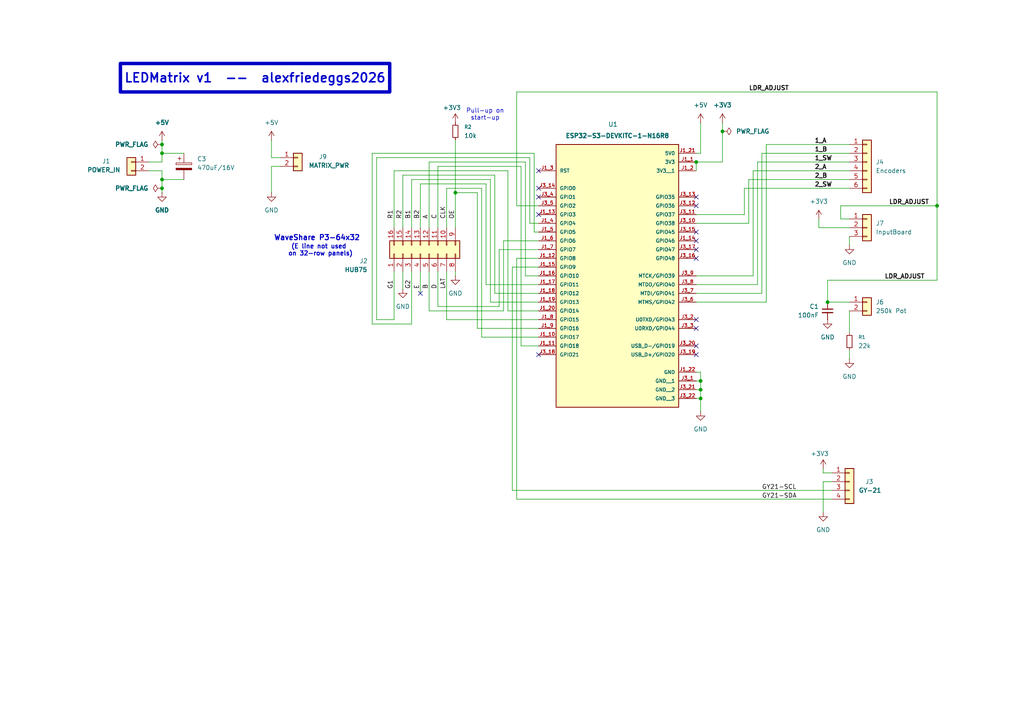
<source format=kicad_sch>
(kicad_sch
	(version 20250114)
	(generator "eeschema")
	(generator_version "9.0")
	(uuid "6cad9151-4501-4220-bc4d-4455c7294b65")
	(paper "A4")
	(title_block
		(title "LEDMatrix Thermometer")
		(date "2026-01-05")
		(rev "1")
		(company "alexfriedeggs")
	)
	(lib_symbols
		(symbol "Connector_Generic:Conn_01x02"
			(pin_names
				(offset 1.016)
				(hide yes)
			)
			(exclude_from_sim no)
			(in_bom yes)
			(on_board yes)
			(property "Reference" "J"
				(at 0 2.54 0)
				(effects
					(font
						(size 1.27 1.27)
					)
				)
			)
			(property "Value" "Conn_01x02"
				(at 0 -5.08 0)
				(effects
					(font
						(size 1.27 1.27)
					)
				)
			)
			(property "Footprint" ""
				(at 0 0 0)
				(effects
					(font
						(size 1.27 1.27)
					)
					(hide yes)
				)
			)
			(property "Datasheet" "~"
				(at 0 0 0)
				(effects
					(font
						(size 1.27 1.27)
					)
					(hide yes)
				)
			)
			(property "Description" "Generic connector, single row, 01x02, script generated (kicad-library-utils/schlib/autogen/connector/)"
				(at 0 0 0)
				(effects
					(font
						(size 1.27 1.27)
					)
					(hide yes)
				)
			)
			(property "ki_keywords" "connector"
				(at 0 0 0)
				(effects
					(font
						(size 1.27 1.27)
					)
					(hide yes)
				)
			)
			(property "ki_fp_filters" "Connector*:*_1x??_*"
				(at 0 0 0)
				(effects
					(font
						(size 1.27 1.27)
					)
					(hide yes)
				)
			)
			(symbol "Conn_01x02_1_1"
				(rectangle
					(start -1.27 1.27)
					(end 1.27 -3.81)
					(stroke
						(width 0.254)
						(type default)
					)
					(fill
						(type background)
					)
				)
				(rectangle
					(start -1.27 0.127)
					(end 0 -0.127)
					(stroke
						(width 0.1524)
						(type default)
					)
					(fill
						(type none)
					)
				)
				(rectangle
					(start -1.27 -2.413)
					(end 0 -2.667)
					(stroke
						(width 0.1524)
						(type default)
					)
					(fill
						(type none)
					)
				)
				(pin passive line
					(at -5.08 0 0)
					(length 3.81)
					(name "Pin_1"
						(effects
							(font
								(size 1.27 1.27)
							)
						)
					)
					(number "1"
						(effects
							(font
								(size 1.27 1.27)
							)
						)
					)
				)
				(pin passive line
					(at -5.08 -2.54 0)
					(length 3.81)
					(name "Pin_2"
						(effects
							(font
								(size 1.27 1.27)
							)
						)
					)
					(number "2"
						(effects
							(font
								(size 1.27 1.27)
							)
						)
					)
				)
			)
			(embedded_fonts no)
		)
		(symbol "Connector_Generic:Conn_01x03"
			(pin_names
				(offset 1.016)
				(hide yes)
			)
			(exclude_from_sim no)
			(in_bom yes)
			(on_board yes)
			(property "Reference" "J"
				(at 0 5.08 0)
				(effects
					(font
						(size 1.27 1.27)
					)
				)
			)
			(property "Value" "Conn_01x03"
				(at 0 -5.08 0)
				(effects
					(font
						(size 1.27 1.27)
					)
				)
			)
			(property "Footprint" ""
				(at 0 0 0)
				(effects
					(font
						(size 1.27 1.27)
					)
					(hide yes)
				)
			)
			(property "Datasheet" "~"
				(at 0 0 0)
				(effects
					(font
						(size 1.27 1.27)
					)
					(hide yes)
				)
			)
			(property "Description" "Generic connector, single row, 01x03, script generated (kicad-library-utils/schlib/autogen/connector/)"
				(at 0 0 0)
				(effects
					(font
						(size 1.27 1.27)
					)
					(hide yes)
				)
			)
			(property "ki_keywords" "connector"
				(at 0 0 0)
				(effects
					(font
						(size 1.27 1.27)
					)
					(hide yes)
				)
			)
			(property "ki_fp_filters" "Connector*:*_1x??_*"
				(at 0 0 0)
				(effects
					(font
						(size 1.27 1.27)
					)
					(hide yes)
				)
			)
			(symbol "Conn_01x03_1_1"
				(rectangle
					(start -1.27 3.81)
					(end 1.27 -3.81)
					(stroke
						(width 0.254)
						(type default)
					)
					(fill
						(type background)
					)
				)
				(rectangle
					(start -1.27 2.667)
					(end 0 2.413)
					(stroke
						(width 0.1524)
						(type default)
					)
					(fill
						(type none)
					)
				)
				(rectangle
					(start -1.27 0.127)
					(end 0 -0.127)
					(stroke
						(width 0.1524)
						(type default)
					)
					(fill
						(type none)
					)
				)
				(rectangle
					(start -1.27 -2.413)
					(end 0 -2.667)
					(stroke
						(width 0.1524)
						(type default)
					)
					(fill
						(type none)
					)
				)
				(pin passive line
					(at -5.08 2.54 0)
					(length 3.81)
					(name "Pin_1"
						(effects
							(font
								(size 1.27 1.27)
							)
						)
					)
					(number "1"
						(effects
							(font
								(size 1.27 1.27)
							)
						)
					)
				)
				(pin passive line
					(at -5.08 0 0)
					(length 3.81)
					(name "Pin_2"
						(effects
							(font
								(size 1.27 1.27)
							)
						)
					)
					(number "2"
						(effects
							(font
								(size 1.27 1.27)
							)
						)
					)
				)
				(pin passive line
					(at -5.08 -2.54 0)
					(length 3.81)
					(name "Pin_3"
						(effects
							(font
								(size 1.27 1.27)
							)
						)
					)
					(number "3"
						(effects
							(font
								(size 1.27 1.27)
							)
						)
					)
				)
			)
			(embedded_fonts no)
		)
		(symbol "Connector_Generic:Conn_01x04"
			(pin_names
				(offset 1.016)
				(hide yes)
			)
			(exclude_from_sim no)
			(in_bom yes)
			(on_board yes)
			(property "Reference" "J"
				(at 0 5.08 0)
				(effects
					(font
						(size 1.27 1.27)
					)
				)
			)
			(property "Value" "Conn_01x04"
				(at 0 -7.62 0)
				(effects
					(font
						(size 1.27 1.27)
					)
				)
			)
			(property "Footprint" ""
				(at 0 0 0)
				(effects
					(font
						(size 1.27 1.27)
					)
					(hide yes)
				)
			)
			(property "Datasheet" "~"
				(at 0 0 0)
				(effects
					(font
						(size 1.27 1.27)
					)
					(hide yes)
				)
			)
			(property "Description" "Generic connector, single row, 01x04, script generated (kicad-library-utils/schlib/autogen/connector/)"
				(at 0 0 0)
				(effects
					(font
						(size 1.27 1.27)
					)
					(hide yes)
				)
			)
			(property "ki_keywords" "connector"
				(at 0 0 0)
				(effects
					(font
						(size 1.27 1.27)
					)
					(hide yes)
				)
			)
			(property "ki_fp_filters" "Connector*:*_1x??_*"
				(at 0 0 0)
				(effects
					(font
						(size 1.27 1.27)
					)
					(hide yes)
				)
			)
			(symbol "Conn_01x04_1_1"
				(rectangle
					(start -1.27 3.81)
					(end 1.27 -6.35)
					(stroke
						(width 0.254)
						(type default)
					)
					(fill
						(type background)
					)
				)
				(rectangle
					(start -1.27 2.667)
					(end 0 2.413)
					(stroke
						(width 0.1524)
						(type default)
					)
					(fill
						(type none)
					)
				)
				(rectangle
					(start -1.27 0.127)
					(end 0 -0.127)
					(stroke
						(width 0.1524)
						(type default)
					)
					(fill
						(type none)
					)
				)
				(rectangle
					(start -1.27 -2.413)
					(end 0 -2.667)
					(stroke
						(width 0.1524)
						(type default)
					)
					(fill
						(type none)
					)
				)
				(rectangle
					(start -1.27 -4.953)
					(end 0 -5.207)
					(stroke
						(width 0.1524)
						(type default)
					)
					(fill
						(type none)
					)
				)
				(pin passive line
					(at -5.08 2.54 0)
					(length 3.81)
					(name "Pin_1"
						(effects
							(font
								(size 1.27 1.27)
							)
						)
					)
					(number "1"
						(effects
							(font
								(size 1.27 1.27)
							)
						)
					)
				)
				(pin passive line
					(at -5.08 0 0)
					(length 3.81)
					(name "Pin_2"
						(effects
							(font
								(size 1.27 1.27)
							)
						)
					)
					(number "2"
						(effects
							(font
								(size 1.27 1.27)
							)
						)
					)
				)
				(pin passive line
					(at -5.08 -2.54 0)
					(length 3.81)
					(name "Pin_3"
						(effects
							(font
								(size 1.27 1.27)
							)
						)
					)
					(number "3"
						(effects
							(font
								(size 1.27 1.27)
							)
						)
					)
				)
				(pin passive line
					(at -5.08 -5.08 0)
					(length 3.81)
					(name "Pin_4"
						(effects
							(font
								(size 1.27 1.27)
							)
						)
					)
					(number "4"
						(effects
							(font
								(size 1.27 1.27)
							)
						)
					)
				)
			)
			(embedded_fonts no)
		)
		(symbol "Connector_Generic:Conn_01x06"
			(pin_names
				(offset 1.016)
				(hide yes)
			)
			(exclude_from_sim no)
			(in_bom yes)
			(on_board yes)
			(property "Reference" "J"
				(at 0 7.62 0)
				(effects
					(font
						(size 1.27 1.27)
					)
				)
			)
			(property "Value" "Conn_01x06"
				(at 0 -10.16 0)
				(effects
					(font
						(size 1.27 1.27)
					)
				)
			)
			(property "Footprint" ""
				(at 0 0 0)
				(effects
					(font
						(size 1.27 1.27)
					)
					(hide yes)
				)
			)
			(property "Datasheet" "~"
				(at 0 0 0)
				(effects
					(font
						(size 1.27 1.27)
					)
					(hide yes)
				)
			)
			(property "Description" "Generic connector, single row, 01x06, script generated (kicad-library-utils/schlib/autogen/connector/)"
				(at 0 0 0)
				(effects
					(font
						(size 1.27 1.27)
					)
					(hide yes)
				)
			)
			(property "ki_keywords" "connector"
				(at 0 0 0)
				(effects
					(font
						(size 1.27 1.27)
					)
					(hide yes)
				)
			)
			(property "ki_fp_filters" "Connector*:*_1x??_*"
				(at 0 0 0)
				(effects
					(font
						(size 1.27 1.27)
					)
					(hide yes)
				)
			)
			(symbol "Conn_01x06_1_1"
				(rectangle
					(start -1.27 6.35)
					(end 1.27 -8.89)
					(stroke
						(width 0.254)
						(type default)
					)
					(fill
						(type background)
					)
				)
				(rectangle
					(start -1.27 5.207)
					(end 0 4.953)
					(stroke
						(width 0.1524)
						(type default)
					)
					(fill
						(type none)
					)
				)
				(rectangle
					(start -1.27 2.667)
					(end 0 2.413)
					(stroke
						(width 0.1524)
						(type default)
					)
					(fill
						(type none)
					)
				)
				(rectangle
					(start -1.27 0.127)
					(end 0 -0.127)
					(stroke
						(width 0.1524)
						(type default)
					)
					(fill
						(type none)
					)
				)
				(rectangle
					(start -1.27 -2.413)
					(end 0 -2.667)
					(stroke
						(width 0.1524)
						(type default)
					)
					(fill
						(type none)
					)
				)
				(rectangle
					(start -1.27 -4.953)
					(end 0 -5.207)
					(stroke
						(width 0.1524)
						(type default)
					)
					(fill
						(type none)
					)
				)
				(rectangle
					(start -1.27 -7.493)
					(end 0 -7.747)
					(stroke
						(width 0.1524)
						(type default)
					)
					(fill
						(type none)
					)
				)
				(pin passive line
					(at -5.08 5.08 0)
					(length 3.81)
					(name "Pin_1"
						(effects
							(font
								(size 1.27 1.27)
							)
						)
					)
					(number "1"
						(effects
							(font
								(size 1.27 1.27)
							)
						)
					)
				)
				(pin passive line
					(at -5.08 2.54 0)
					(length 3.81)
					(name "Pin_2"
						(effects
							(font
								(size 1.27 1.27)
							)
						)
					)
					(number "2"
						(effects
							(font
								(size 1.27 1.27)
							)
						)
					)
				)
				(pin passive line
					(at -5.08 0 0)
					(length 3.81)
					(name "Pin_3"
						(effects
							(font
								(size 1.27 1.27)
							)
						)
					)
					(number "3"
						(effects
							(font
								(size 1.27 1.27)
							)
						)
					)
				)
				(pin passive line
					(at -5.08 -2.54 0)
					(length 3.81)
					(name "Pin_4"
						(effects
							(font
								(size 1.27 1.27)
							)
						)
					)
					(number "4"
						(effects
							(font
								(size 1.27 1.27)
							)
						)
					)
				)
				(pin passive line
					(at -5.08 -5.08 0)
					(length 3.81)
					(name "Pin_5"
						(effects
							(font
								(size 1.27 1.27)
							)
						)
					)
					(number "5"
						(effects
							(font
								(size 1.27 1.27)
							)
						)
					)
				)
				(pin passive line
					(at -5.08 -7.62 0)
					(length 3.81)
					(name "Pin_6"
						(effects
							(font
								(size 1.27 1.27)
							)
						)
					)
					(number "6"
						(effects
							(font
								(size 1.27 1.27)
							)
						)
					)
				)
			)
			(embedded_fonts no)
		)
		(symbol "Connector_Generic:Conn_02x08_Counter_Clockwise"
			(pin_names
				(offset 1.016)
				(hide yes)
			)
			(exclude_from_sim no)
			(in_bom yes)
			(on_board yes)
			(property "Reference" "J"
				(at 1.27 10.16 0)
				(effects
					(font
						(size 1.27 1.27)
					)
				)
			)
			(property "Value" "Conn_02x08_Counter_Clockwise"
				(at 1.27 -12.7 0)
				(effects
					(font
						(size 1.27 1.27)
					)
				)
			)
			(property "Footprint" ""
				(at 0 0 0)
				(effects
					(font
						(size 1.27 1.27)
					)
					(hide yes)
				)
			)
			(property "Datasheet" "~"
				(at 0 0 0)
				(effects
					(font
						(size 1.27 1.27)
					)
					(hide yes)
				)
			)
			(property "Description" "Generic connector, double row, 02x08, counter clockwise pin numbering scheme (similar to DIP package numbering), script generated (kicad-library-utils/schlib/autogen/connector/)"
				(at 0 0 0)
				(effects
					(font
						(size 1.27 1.27)
					)
					(hide yes)
				)
			)
			(property "ki_keywords" "connector"
				(at 0 0 0)
				(effects
					(font
						(size 1.27 1.27)
					)
					(hide yes)
				)
			)
			(property "ki_fp_filters" "Connector*:*_2x??_*"
				(at 0 0 0)
				(effects
					(font
						(size 1.27 1.27)
					)
					(hide yes)
				)
			)
			(symbol "Conn_02x08_Counter_Clockwise_1_1"
				(rectangle
					(start -1.27 8.89)
					(end 3.81 -11.43)
					(stroke
						(width 0.254)
						(type default)
					)
					(fill
						(type background)
					)
				)
				(rectangle
					(start -1.27 7.747)
					(end 0 7.493)
					(stroke
						(width 0.1524)
						(type default)
					)
					(fill
						(type none)
					)
				)
				(rectangle
					(start -1.27 5.207)
					(end 0 4.953)
					(stroke
						(width 0.1524)
						(type default)
					)
					(fill
						(type none)
					)
				)
				(rectangle
					(start -1.27 2.667)
					(end 0 2.413)
					(stroke
						(width 0.1524)
						(type default)
					)
					(fill
						(type none)
					)
				)
				(rectangle
					(start -1.27 0.127)
					(end 0 -0.127)
					(stroke
						(width 0.1524)
						(type default)
					)
					(fill
						(type none)
					)
				)
				(rectangle
					(start -1.27 -2.413)
					(end 0 -2.667)
					(stroke
						(width 0.1524)
						(type default)
					)
					(fill
						(type none)
					)
				)
				(rectangle
					(start -1.27 -4.953)
					(end 0 -5.207)
					(stroke
						(width 0.1524)
						(type default)
					)
					(fill
						(type none)
					)
				)
				(rectangle
					(start -1.27 -7.493)
					(end 0 -7.747)
					(stroke
						(width 0.1524)
						(type default)
					)
					(fill
						(type none)
					)
				)
				(rectangle
					(start -1.27 -10.033)
					(end 0 -10.287)
					(stroke
						(width 0.1524)
						(type default)
					)
					(fill
						(type none)
					)
				)
				(rectangle
					(start 3.81 7.747)
					(end 2.54 7.493)
					(stroke
						(width 0.1524)
						(type default)
					)
					(fill
						(type none)
					)
				)
				(rectangle
					(start 3.81 5.207)
					(end 2.54 4.953)
					(stroke
						(width 0.1524)
						(type default)
					)
					(fill
						(type none)
					)
				)
				(rectangle
					(start 3.81 2.667)
					(end 2.54 2.413)
					(stroke
						(width 0.1524)
						(type default)
					)
					(fill
						(type none)
					)
				)
				(rectangle
					(start 3.81 0.127)
					(end 2.54 -0.127)
					(stroke
						(width 0.1524)
						(type default)
					)
					(fill
						(type none)
					)
				)
				(rectangle
					(start 3.81 -2.413)
					(end 2.54 -2.667)
					(stroke
						(width 0.1524)
						(type default)
					)
					(fill
						(type none)
					)
				)
				(rectangle
					(start 3.81 -4.953)
					(end 2.54 -5.207)
					(stroke
						(width 0.1524)
						(type default)
					)
					(fill
						(type none)
					)
				)
				(rectangle
					(start 3.81 -7.493)
					(end 2.54 -7.747)
					(stroke
						(width 0.1524)
						(type default)
					)
					(fill
						(type none)
					)
				)
				(rectangle
					(start 3.81 -10.033)
					(end 2.54 -10.287)
					(stroke
						(width 0.1524)
						(type default)
					)
					(fill
						(type none)
					)
				)
				(pin passive line
					(at -5.08 7.62 0)
					(length 3.81)
					(name "Pin_1"
						(effects
							(font
								(size 1.27 1.27)
							)
						)
					)
					(number "1"
						(effects
							(font
								(size 1.27 1.27)
							)
						)
					)
				)
				(pin passive line
					(at -5.08 5.08 0)
					(length 3.81)
					(name "Pin_2"
						(effects
							(font
								(size 1.27 1.27)
							)
						)
					)
					(number "2"
						(effects
							(font
								(size 1.27 1.27)
							)
						)
					)
				)
				(pin passive line
					(at -5.08 2.54 0)
					(length 3.81)
					(name "Pin_3"
						(effects
							(font
								(size 1.27 1.27)
							)
						)
					)
					(number "3"
						(effects
							(font
								(size 1.27 1.27)
							)
						)
					)
				)
				(pin passive line
					(at -5.08 0 0)
					(length 3.81)
					(name "Pin_4"
						(effects
							(font
								(size 1.27 1.27)
							)
						)
					)
					(number "4"
						(effects
							(font
								(size 1.27 1.27)
							)
						)
					)
				)
				(pin passive line
					(at -5.08 -2.54 0)
					(length 3.81)
					(name "Pin_5"
						(effects
							(font
								(size 1.27 1.27)
							)
						)
					)
					(number "5"
						(effects
							(font
								(size 1.27 1.27)
							)
						)
					)
				)
				(pin passive line
					(at -5.08 -5.08 0)
					(length 3.81)
					(name "Pin_6"
						(effects
							(font
								(size 1.27 1.27)
							)
						)
					)
					(number "6"
						(effects
							(font
								(size 1.27 1.27)
							)
						)
					)
				)
				(pin passive line
					(at -5.08 -7.62 0)
					(length 3.81)
					(name "Pin_7"
						(effects
							(font
								(size 1.27 1.27)
							)
						)
					)
					(number "7"
						(effects
							(font
								(size 1.27 1.27)
							)
						)
					)
				)
				(pin passive line
					(at -5.08 -10.16 0)
					(length 3.81)
					(name "Pin_8"
						(effects
							(font
								(size 1.27 1.27)
							)
						)
					)
					(number "8"
						(effects
							(font
								(size 1.27 1.27)
							)
						)
					)
				)
				(pin passive line
					(at 7.62 7.62 180)
					(length 3.81)
					(name "Pin_16"
						(effects
							(font
								(size 1.27 1.27)
							)
						)
					)
					(number "16"
						(effects
							(font
								(size 1.27 1.27)
							)
						)
					)
				)
				(pin passive line
					(at 7.62 5.08 180)
					(length 3.81)
					(name "Pin_15"
						(effects
							(font
								(size 1.27 1.27)
							)
						)
					)
					(number "15"
						(effects
							(font
								(size 1.27 1.27)
							)
						)
					)
				)
				(pin passive line
					(at 7.62 2.54 180)
					(length 3.81)
					(name "Pin_14"
						(effects
							(font
								(size 1.27 1.27)
							)
						)
					)
					(number "14"
						(effects
							(font
								(size 1.27 1.27)
							)
						)
					)
				)
				(pin passive line
					(at 7.62 0 180)
					(length 3.81)
					(name "Pin_13"
						(effects
							(font
								(size 1.27 1.27)
							)
						)
					)
					(number "13"
						(effects
							(font
								(size 1.27 1.27)
							)
						)
					)
				)
				(pin passive line
					(at 7.62 -2.54 180)
					(length 3.81)
					(name "Pin_12"
						(effects
							(font
								(size 1.27 1.27)
							)
						)
					)
					(number "12"
						(effects
							(font
								(size 1.27 1.27)
							)
						)
					)
				)
				(pin passive line
					(at 7.62 -5.08 180)
					(length 3.81)
					(name "Pin_11"
						(effects
							(font
								(size 1.27 1.27)
							)
						)
					)
					(number "11"
						(effects
							(font
								(size 1.27 1.27)
							)
						)
					)
				)
				(pin passive line
					(at 7.62 -7.62 180)
					(length 3.81)
					(name "Pin_10"
						(effects
							(font
								(size 1.27 1.27)
							)
						)
					)
					(number "10"
						(effects
							(font
								(size 1.27 1.27)
							)
						)
					)
				)
				(pin passive line
					(at 7.62 -10.16 180)
					(length 3.81)
					(name "Pin_9"
						(effects
							(font
								(size 1.27 1.27)
							)
						)
					)
					(number "9"
						(effects
							(font
								(size 1.27 1.27)
							)
						)
					)
				)
			)
			(embedded_fonts no)
		)
		(symbol "Device:C_Polarized"
			(pin_numbers
				(hide yes)
			)
			(pin_names
				(offset 0.254)
			)
			(exclude_from_sim no)
			(in_bom yes)
			(on_board yes)
			(property "Reference" "C"
				(at 0.635 2.54 0)
				(effects
					(font
						(size 1.27 1.27)
					)
					(justify left)
				)
			)
			(property "Value" "C_Polarized"
				(at 0.635 -2.54 0)
				(effects
					(font
						(size 1.27 1.27)
					)
					(justify left)
				)
			)
			(property "Footprint" ""
				(at 0.9652 -3.81 0)
				(effects
					(font
						(size 1.27 1.27)
					)
					(hide yes)
				)
			)
			(property "Datasheet" "~"
				(at 0 0 0)
				(effects
					(font
						(size 1.27 1.27)
					)
					(hide yes)
				)
			)
			(property "Description" "Polarized capacitor"
				(at 0 0 0)
				(effects
					(font
						(size 1.27 1.27)
					)
					(hide yes)
				)
			)
			(property "ki_keywords" "cap capacitor"
				(at 0 0 0)
				(effects
					(font
						(size 1.27 1.27)
					)
					(hide yes)
				)
			)
			(property "ki_fp_filters" "CP_*"
				(at 0 0 0)
				(effects
					(font
						(size 1.27 1.27)
					)
					(hide yes)
				)
			)
			(symbol "C_Polarized_0_1"
				(rectangle
					(start -2.286 0.508)
					(end 2.286 1.016)
					(stroke
						(width 0)
						(type default)
					)
					(fill
						(type none)
					)
				)
				(polyline
					(pts
						(xy -1.778 2.286) (xy -0.762 2.286)
					)
					(stroke
						(width 0)
						(type default)
					)
					(fill
						(type none)
					)
				)
				(polyline
					(pts
						(xy -1.27 2.794) (xy -1.27 1.778)
					)
					(stroke
						(width 0)
						(type default)
					)
					(fill
						(type none)
					)
				)
				(rectangle
					(start 2.286 -0.508)
					(end -2.286 -1.016)
					(stroke
						(width 0)
						(type default)
					)
					(fill
						(type outline)
					)
				)
			)
			(symbol "C_Polarized_1_1"
				(pin passive line
					(at 0 3.81 270)
					(length 2.794)
					(name "~"
						(effects
							(font
								(size 1.27 1.27)
							)
						)
					)
					(number "1"
						(effects
							(font
								(size 1.27 1.27)
							)
						)
					)
				)
				(pin passive line
					(at 0 -3.81 90)
					(length 2.794)
					(name "~"
						(effects
							(font
								(size 1.27 1.27)
							)
						)
					)
					(number "2"
						(effects
							(font
								(size 1.27 1.27)
							)
						)
					)
				)
			)
			(embedded_fonts no)
		)
		(symbol "Device:C_Small"
			(pin_numbers
				(hide yes)
			)
			(pin_names
				(offset 0.254)
				(hide yes)
			)
			(exclude_from_sim no)
			(in_bom yes)
			(on_board yes)
			(property "Reference" "C"
				(at 0.254 1.778 0)
				(effects
					(font
						(size 1.27 1.27)
					)
					(justify left)
				)
			)
			(property "Value" "C_Small"
				(at 0.254 -2.032 0)
				(effects
					(font
						(size 1.27 1.27)
					)
					(justify left)
				)
			)
			(property "Footprint" ""
				(at 0 0 0)
				(effects
					(font
						(size 1.27 1.27)
					)
					(hide yes)
				)
			)
			(property "Datasheet" "~"
				(at 0 0 0)
				(effects
					(font
						(size 1.27 1.27)
					)
					(hide yes)
				)
			)
			(property "Description" "Unpolarized capacitor, small symbol"
				(at 0 0 0)
				(effects
					(font
						(size 1.27 1.27)
					)
					(hide yes)
				)
			)
			(property "ki_keywords" "capacitor cap"
				(at 0 0 0)
				(effects
					(font
						(size 1.27 1.27)
					)
					(hide yes)
				)
			)
			(property "ki_fp_filters" "C_*"
				(at 0 0 0)
				(effects
					(font
						(size 1.27 1.27)
					)
					(hide yes)
				)
			)
			(symbol "C_Small_0_1"
				(polyline
					(pts
						(xy -1.524 0.508) (xy 1.524 0.508)
					)
					(stroke
						(width 0.3048)
						(type default)
					)
					(fill
						(type none)
					)
				)
				(polyline
					(pts
						(xy -1.524 -0.508) (xy 1.524 -0.508)
					)
					(stroke
						(width 0.3302)
						(type default)
					)
					(fill
						(type none)
					)
				)
			)
			(symbol "C_Small_1_1"
				(pin passive line
					(at 0 2.54 270)
					(length 2.032)
					(name "~"
						(effects
							(font
								(size 1.27 1.27)
							)
						)
					)
					(number "1"
						(effects
							(font
								(size 1.27 1.27)
							)
						)
					)
				)
				(pin passive line
					(at 0 -2.54 90)
					(length 2.032)
					(name "~"
						(effects
							(font
								(size 1.27 1.27)
							)
						)
					)
					(number "2"
						(effects
							(font
								(size 1.27 1.27)
							)
						)
					)
				)
			)
			(embedded_fonts no)
		)
		(symbol "Device:R_Small"
			(pin_numbers
				(hide yes)
			)
			(pin_names
				(offset 0.254)
				(hide yes)
			)
			(exclude_from_sim no)
			(in_bom yes)
			(on_board yes)
			(property "Reference" "R"
				(at 0 0 90)
				(effects
					(font
						(size 1.016 1.016)
					)
				)
			)
			(property "Value" "R_Small"
				(at 1.778 0 90)
				(effects
					(font
						(size 1.27 1.27)
					)
				)
			)
			(property "Footprint" ""
				(at 0 0 0)
				(effects
					(font
						(size 1.27 1.27)
					)
					(hide yes)
				)
			)
			(property "Datasheet" "~"
				(at 0 0 0)
				(effects
					(font
						(size 1.27 1.27)
					)
					(hide yes)
				)
			)
			(property "Description" "Resistor, small symbol"
				(at 0 0 0)
				(effects
					(font
						(size 1.27 1.27)
					)
					(hide yes)
				)
			)
			(property "ki_keywords" "R resistor"
				(at 0 0 0)
				(effects
					(font
						(size 1.27 1.27)
					)
					(hide yes)
				)
			)
			(property "ki_fp_filters" "R_*"
				(at 0 0 0)
				(effects
					(font
						(size 1.27 1.27)
					)
					(hide yes)
				)
			)
			(symbol "R_Small_0_1"
				(rectangle
					(start -0.762 1.778)
					(end 0.762 -1.778)
					(stroke
						(width 0.2032)
						(type default)
					)
					(fill
						(type none)
					)
				)
			)
			(symbol "R_Small_1_1"
				(pin passive line
					(at 0 2.54 270)
					(length 0.762)
					(name "~"
						(effects
							(font
								(size 1.27 1.27)
							)
						)
					)
					(number "1"
						(effects
							(font
								(size 1.27 1.27)
							)
						)
					)
				)
				(pin passive line
					(at 0 -2.54 90)
					(length 0.762)
					(name "~"
						(effects
							(font
								(size 1.27 1.27)
							)
						)
					)
					(number "2"
						(effects
							(font
								(size 1.27 1.27)
							)
						)
					)
				)
			)
			(embedded_fonts no)
		)
		(symbol "MyLibrary:ESP32-S3-DEVKITC-1-N16R8"
			(pin_names
				(offset 1.016)
			)
			(exclude_from_sim no)
			(in_bom yes)
			(on_board yes)
			(property "Reference" "U"
				(at -17.78 35.56 0)
				(effects
					(font
						(size 1.27 1.27)
					)
					(justify left top)
				)
			)
			(property "Value" "ESP32-S3-DEVKITC-1-N16R8"
				(at -17.78 -45.72 0)
				(effects
					(font
						(size 1.27 1.27)
					)
					(justify left bottom)
				)
			)
			(property "Footprint" "MyLibrary:ESP32-S3-DEVKITC-1-N16R8"
				(at 0 0 0)
				(effects
					(font
						(size 1.27 1.27)
					)
					(justify bottom)
					(hide yes)
				)
			)
			(property "Datasheet" ""
				(at 0 0 0)
				(effects
					(font
						(size 1.27 1.27)
					)
					(hide yes)
				)
			)
			(property "Description" ""
				(at 0 0 0)
				(effects
					(font
						(size 1.27 1.27)
					)
					(hide yes)
				)
			)
			(property "PARTREV" "V1"
				(at 0 0 0)
				(effects
					(font
						(size 1.27 1.27)
					)
					(justify bottom)
					(hide yes)
				)
			)
			(property "STANDARD" "Manufacturer Recommendations"
				(at 0 0 0)
				(effects
					(font
						(size 1.27 1.27)
					)
					(justify bottom)
					(hide yes)
				)
			)
			(property "MANUFACTURER" "Espressif"
				(at 0 0 0)
				(effects
					(font
						(size 1.27 1.27)
					)
					(justify bottom)
					(hide yes)
				)
			)
			(symbol "ESP32-S3-DEVKITC-1-N16R8_0_0"
				(rectangle
					(start -17.78 -43.18)
					(end 17.78 33.02)
					(stroke
						(width 0.254)
						(type default)
					)
					(fill
						(type background)
					)
				)
				(pin input line
					(at -22.86 25.4 0)
					(length 5.08)
					(name "RST"
						(effects
							(font
								(size 1.016 1.016)
							)
						)
					)
					(number "J1_3"
						(effects
							(font
								(size 1.016 1.016)
							)
						)
					)
				)
				(pin bidirectional line
					(at -22.86 20.32 0)
					(length 5.08)
					(name "GPIO0"
						(effects
							(font
								(size 1.016 1.016)
							)
						)
					)
					(number "J3_14"
						(effects
							(font
								(size 1.016 1.016)
							)
						)
					)
				)
				(pin bidirectional line
					(at -22.86 17.78 0)
					(length 5.08)
					(name "GPIO1"
						(effects
							(font
								(size 1.016 1.016)
							)
						)
					)
					(number "J3_4"
						(effects
							(font
								(size 1.016 1.016)
							)
						)
					)
				)
				(pin bidirectional line
					(at -22.86 15.24 0)
					(length 5.08)
					(name "GPIO2"
						(effects
							(font
								(size 1.016 1.016)
							)
						)
					)
					(number "J3_5"
						(effects
							(font
								(size 1.016 1.016)
							)
						)
					)
				)
				(pin bidirectional line
					(at -22.86 12.7 0)
					(length 5.08)
					(name "GPIO3"
						(effects
							(font
								(size 1.016 1.016)
							)
						)
					)
					(number "J1_13"
						(effects
							(font
								(size 1.016 1.016)
							)
						)
					)
				)
				(pin bidirectional line
					(at -22.86 10.16 0)
					(length 5.08)
					(name "GPIO4"
						(effects
							(font
								(size 1.016 1.016)
							)
						)
					)
					(number "J1_4"
						(effects
							(font
								(size 1.016 1.016)
							)
						)
					)
				)
				(pin bidirectional line
					(at -22.86 7.62 0)
					(length 5.08)
					(name "GPIO5"
						(effects
							(font
								(size 1.016 1.016)
							)
						)
					)
					(number "J1_5"
						(effects
							(font
								(size 1.016 1.016)
							)
						)
					)
				)
				(pin bidirectional line
					(at -22.86 5.08 0)
					(length 5.08)
					(name "GPIO6"
						(effects
							(font
								(size 1.016 1.016)
							)
						)
					)
					(number "J1_6"
						(effects
							(font
								(size 1.016 1.016)
							)
						)
					)
				)
				(pin bidirectional line
					(at -22.86 2.54 0)
					(length 5.08)
					(name "GPIO7"
						(effects
							(font
								(size 1.016 1.016)
							)
						)
					)
					(number "J1_7"
						(effects
							(font
								(size 1.016 1.016)
							)
						)
					)
				)
				(pin bidirectional line
					(at -22.86 0 0)
					(length 5.08)
					(name "GPIO8"
						(effects
							(font
								(size 1.016 1.016)
							)
						)
					)
					(number "J1_12"
						(effects
							(font
								(size 1.016 1.016)
							)
						)
					)
				)
				(pin bidirectional line
					(at -22.86 -2.54 0)
					(length 5.08)
					(name "GPIO9"
						(effects
							(font
								(size 1.016 1.016)
							)
						)
					)
					(number "J1_15"
						(effects
							(font
								(size 1.016 1.016)
							)
						)
					)
				)
				(pin bidirectional line
					(at -22.86 -5.08 0)
					(length 5.08)
					(name "GPIO10"
						(effects
							(font
								(size 1.016 1.016)
							)
						)
					)
					(number "J1_16"
						(effects
							(font
								(size 1.016 1.016)
							)
						)
					)
				)
				(pin bidirectional line
					(at -22.86 -7.62 0)
					(length 5.08)
					(name "GPIO11"
						(effects
							(font
								(size 1.016 1.016)
							)
						)
					)
					(number "J1_17"
						(effects
							(font
								(size 1.016 1.016)
							)
						)
					)
				)
				(pin bidirectional line
					(at -22.86 -10.16 0)
					(length 5.08)
					(name "GPIO12"
						(effects
							(font
								(size 1.016 1.016)
							)
						)
					)
					(number "J1_18"
						(effects
							(font
								(size 1.016 1.016)
							)
						)
					)
				)
				(pin bidirectional line
					(at -22.86 -12.7 0)
					(length 5.08)
					(name "GPIO13"
						(effects
							(font
								(size 1.016 1.016)
							)
						)
					)
					(number "J1_19"
						(effects
							(font
								(size 1.016 1.016)
							)
						)
					)
				)
				(pin bidirectional line
					(at -22.86 -15.24 0)
					(length 5.08)
					(name "GPIO14"
						(effects
							(font
								(size 1.016 1.016)
							)
						)
					)
					(number "J1_20"
						(effects
							(font
								(size 1.016 1.016)
							)
						)
					)
				)
				(pin bidirectional line
					(at -22.86 -17.78 0)
					(length 5.08)
					(name "GPIO15"
						(effects
							(font
								(size 1.016 1.016)
							)
						)
					)
					(number "J1_8"
						(effects
							(font
								(size 1.016 1.016)
							)
						)
					)
				)
				(pin bidirectional line
					(at -22.86 -20.32 0)
					(length 5.08)
					(name "GPIO16"
						(effects
							(font
								(size 1.016 1.016)
							)
						)
					)
					(number "J1_9"
						(effects
							(font
								(size 1.016 1.016)
							)
						)
					)
				)
				(pin bidirectional line
					(at -22.86 -22.86 0)
					(length 5.08)
					(name "GPIO17"
						(effects
							(font
								(size 1.016 1.016)
							)
						)
					)
					(number "J1_10"
						(effects
							(font
								(size 1.016 1.016)
							)
						)
					)
				)
				(pin bidirectional line
					(at -22.86 -25.4 0)
					(length 5.08)
					(name "GPIO18"
						(effects
							(font
								(size 1.016 1.016)
							)
						)
					)
					(number "J1_11"
						(effects
							(font
								(size 1.016 1.016)
							)
						)
					)
				)
				(pin bidirectional line
					(at -22.86 -27.94 0)
					(length 5.08)
					(name "GPIO21"
						(effects
							(font
								(size 1.016 1.016)
							)
						)
					)
					(number "J3_18"
						(effects
							(font
								(size 1.016 1.016)
							)
						)
					)
				)
				(pin power_in line
					(at 22.86 30.48 180)
					(length 5.08)
					(name "5V0"
						(effects
							(font
								(size 1.016 1.016)
							)
						)
					)
					(number "J1_21"
						(effects
							(font
								(size 1.016 1.016)
							)
						)
					)
				)
				(pin power_in line
					(at 22.86 27.94 180)
					(length 5.08)
					(name "3V3"
						(effects
							(font
								(size 1.016 1.016)
							)
						)
					)
					(number "J1_1"
						(effects
							(font
								(size 1.016 1.016)
							)
						)
					)
				)
				(pin power_in line
					(at 22.86 25.4 180)
					(length 5.08)
					(name "3V3__1"
						(effects
							(font
								(size 1.016 1.016)
							)
						)
					)
					(number "J1_2"
						(effects
							(font
								(size 1.016 1.016)
							)
						)
					)
				)
				(pin bidirectional line
					(at 22.86 17.78 180)
					(length 5.08)
					(name "GPIO35"
						(effects
							(font
								(size 1.016 1.016)
							)
						)
					)
					(number "J3_13"
						(effects
							(font
								(size 1.016 1.016)
							)
						)
					)
				)
				(pin bidirectional line
					(at 22.86 15.24 180)
					(length 5.08)
					(name "GPIO36"
						(effects
							(font
								(size 1.016 1.016)
							)
						)
					)
					(number "J3_12"
						(effects
							(font
								(size 1.016 1.016)
							)
						)
					)
				)
				(pin bidirectional line
					(at 22.86 12.7 180)
					(length 5.08)
					(name "GPIO37"
						(effects
							(font
								(size 1.016 1.016)
							)
						)
					)
					(number "J3_11"
						(effects
							(font
								(size 1.016 1.016)
							)
						)
					)
				)
				(pin bidirectional line
					(at 22.86 10.16 180)
					(length 5.08)
					(name "GPIO38"
						(effects
							(font
								(size 1.016 1.016)
							)
						)
					)
					(number "J3_10"
						(effects
							(font
								(size 1.016 1.016)
							)
						)
					)
				)
				(pin bidirectional line
					(at 22.86 7.62 180)
					(length 5.08)
					(name "GPIO45"
						(effects
							(font
								(size 1.016 1.016)
							)
						)
					)
					(number "J3_15"
						(effects
							(font
								(size 1.016 1.016)
							)
						)
					)
				)
				(pin bidirectional line
					(at 22.86 5.08 180)
					(length 5.08)
					(name "GPIO46"
						(effects
							(font
								(size 1.016 1.016)
							)
						)
					)
					(number "J1_14"
						(effects
							(font
								(size 1.016 1.016)
							)
						)
					)
				)
				(pin bidirectional line
					(at 22.86 2.54 180)
					(length 5.08)
					(name "GPIO47"
						(effects
							(font
								(size 1.016 1.016)
							)
						)
					)
					(number "J3_17"
						(effects
							(font
								(size 1.016 1.016)
							)
						)
					)
				)
				(pin bidirectional line
					(at 22.86 0 180)
					(length 5.08)
					(name "GPIO48"
						(effects
							(font
								(size 1.016 1.016)
							)
						)
					)
					(number "J3_16"
						(effects
							(font
								(size 1.016 1.016)
							)
						)
					)
				)
				(pin bidirectional line
					(at 22.86 -5.08 180)
					(length 5.08)
					(name "MTCK/GPIO39"
						(effects
							(font
								(size 1.016 1.016)
							)
						)
					)
					(number "J3_9"
						(effects
							(font
								(size 1.016 1.016)
							)
						)
					)
				)
				(pin bidirectional line
					(at 22.86 -7.62 180)
					(length 5.08)
					(name "MTDO/GPIO40"
						(effects
							(font
								(size 1.016 1.016)
							)
						)
					)
					(number "J3_8"
						(effects
							(font
								(size 1.016 1.016)
							)
						)
					)
				)
				(pin bidirectional line
					(at 22.86 -10.16 180)
					(length 5.08)
					(name "MTDI/GPIO41"
						(effects
							(font
								(size 1.016 1.016)
							)
						)
					)
					(number "J3_7"
						(effects
							(font
								(size 1.016 1.016)
							)
						)
					)
				)
				(pin bidirectional line
					(at 22.86 -12.7 180)
					(length 5.08)
					(name "MTMS/GPIO42"
						(effects
							(font
								(size 1.016 1.016)
							)
						)
					)
					(number "J3_6"
						(effects
							(font
								(size 1.016 1.016)
							)
						)
					)
				)
				(pin bidirectional line
					(at 22.86 -17.78 180)
					(length 5.08)
					(name "U0TXD/GPIO43"
						(effects
							(font
								(size 1.016 1.016)
							)
						)
					)
					(number "J3_2"
						(effects
							(font
								(size 1.016 1.016)
							)
						)
					)
				)
				(pin bidirectional line
					(at 22.86 -20.32 180)
					(length 5.08)
					(name "U0RXD/GPIO44"
						(effects
							(font
								(size 1.016 1.016)
							)
						)
					)
					(number "J3_3"
						(effects
							(font
								(size 1.016 1.016)
							)
						)
					)
				)
				(pin bidirectional line
					(at 22.86 -25.4 180)
					(length 5.08)
					(name "USB_D-/GPIO19"
						(effects
							(font
								(size 1.016 1.016)
							)
						)
					)
					(number "J3_20"
						(effects
							(font
								(size 1.016 1.016)
							)
						)
					)
				)
				(pin bidirectional line
					(at 22.86 -27.94 180)
					(length 5.08)
					(name "USB_D+/GPIO20"
						(effects
							(font
								(size 1.016 1.016)
							)
						)
					)
					(number "J3_19"
						(effects
							(font
								(size 1.016 1.016)
							)
						)
					)
				)
				(pin power_in line
					(at 22.86 -33.02 180)
					(length 5.08)
					(name "GND"
						(effects
							(font
								(size 1.016 1.016)
							)
						)
					)
					(number "J1_22"
						(effects
							(font
								(size 1.016 1.016)
							)
						)
					)
				)
				(pin power_in line
					(at 22.86 -35.56 180)
					(length 5.08)
					(name "GND__1"
						(effects
							(font
								(size 1.016 1.016)
							)
						)
					)
					(number "J3_1"
						(effects
							(font
								(size 1.016 1.016)
							)
						)
					)
				)
				(pin power_in line
					(at 22.86 -38.1 180)
					(length 5.08)
					(name "GND__2"
						(effects
							(font
								(size 1.016 1.016)
							)
						)
					)
					(number "J3_21"
						(effects
							(font
								(size 1.016 1.016)
							)
						)
					)
				)
				(pin power_in line
					(at 22.86 -40.64 180)
					(length 5.08)
					(name "GND__3"
						(effects
							(font
								(size 1.016 1.016)
							)
						)
					)
					(number "J3_22"
						(effects
							(font
								(size 1.016 1.016)
							)
						)
					)
				)
			)
			(embedded_fonts no)
		)
		(symbol "power:+3V3"
			(power)
			(pin_numbers
				(hide yes)
			)
			(pin_names
				(offset 0)
				(hide yes)
			)
			(exclude_from_sim no)
			(in_bom yes)
			(on_board yes)
			(property "Reference" "#PWR"
				(at 0 -3.81 0)
				(effects
					(font
						(size 1.27 1.27)
					)
					(hide yes)
				)
			)
			(property "Value" "+3V3"
				(at 0 3.556 0)
				(effects
					(font
						(size 1.27 1.27)
					)
				)
			)
			(property "Footprint" ""
				(at 0 0 0)
				(effects
					(font
						(size 1.27 1.27)
					)
					(hide yes)
				)
			)
			(property "Datasheet" ""
				(at 0 0 0)
				(effects
					(font
						(size 1.27 1.27)
					)
					(hide yes)
				)
			)
			(property "Description" "Power symbol creates a global label with name \"+3V3\""
				(at 0 0 0)
				(effects
					(font
						(size 1.27 1.27)
					)
					(hide yes)
				)
			)
			(property "ki_keywords" "global power"
				(at 0 0 0)
				(effects
					(font
						(size 1.27 1.27)
					)
					(hide yes)
				)
			)
			(symbol "+3V3_0_1"
				(polyline
					(pts
						(xy -0.762 1.27) (xy 0 2.54)
					)
					(stroke
						(width 0)
						(type default)
					)
					(fill
						(type none)
					)
				)
				(polyline
					(pts
						(xy 0 2.54) (xy 0.762 1.27)
					)
					(stroke
						(width 0)
						(type default)
					)
					(fill
						(type none)
					)
				)
				(polyline
					(pts
						(xy 0 0) (xy 0 2.54)
					)
					(stroke
						(width 0)
						(type default)
					)
					(fill
						(type none)
					)
				)
			)
			(symbol "+3V3_1_1"
				(pin power_in line
					(at 0 0 90)
					(length 0)
					(name "~"
						(effects
							(font
								(size 1.27 1.27)
							)
						)
					)
					(number "1"
						(effects
							(font
								(size 1.27 1.27)
							)
						)
					)
				)
			)
			(embedded_fonts no)
		)
		(symbol "power:+5V"
			(power)
			(pin_numbers
				(hide yes)
			)
			(pin_names
				(offset 0)
				(hide yes)
			)
			(exclude_from_sim no)
			(in_bom yes)
			(on_board yes)
			(property "Reference" "#PWR"
				(at 0 -3.81 0)
				(effects
					(font
						(size 1.27 1.27)
					)
					(hide yes)
				)
			)
			(property "Value" "+5V"
				(at 0 3.556 0)
				(effects
					(font
						(size 1.27 1.27)
					)
				)
			)
			(property "Footprint" ""
				(at 0 0 0)
				(effects
					(font
						(size 1.27 1.27)
					)
					(hide yes)
				)
			)
			(property "Datasheet" ""
				(at 0 0 0)
				(effects
					(font
						(size 1.27 1.27)
					)
					(hide yes)
				)
			)
			(property "Description" "Power symbol creates a global label with name \"+5V\""
				(at 0 0 0)
				(effects
					(font
						(size 1.27 1.27)
					)
					(hide yes)
				)
			)
			(property "ki_keywords" "global power"
				(at 0 0 0)
				(effects
					(font
						(size 1.27 1.27)
					)
					(hide yes)
				)
			)
			(symbol "+5V_0_1"
				(polyline
					(pts
						(xy -0.762 1.27) (xy 0 2.54)
					)
					(stroke
						(width 0)
						(type default)
					)
					(fill
						(type none)
					)
				)
				(polyline
					(pts
						(xy 0 2.54) (xy 0.762 1.27)
					)
					(stroke
						(width 0)
						(type default)
					)
					(fill
						(type none)
					)
				)
				(polyline
					(pts
						(xy 0 0) (xy 0 2.54)
					)
					(stroke
						(width 0)
						(type default)
					)
					(fill
						(type none)
					)
				)
			)
			(symbol "+5V_1_1"
				(pin power_in line
					(at 0 0 90)
					(length 0)
					(name "~"
						(effects
							(font
								(size 1.27 1.27)
							)
						)
					)
					(number "1"
						(effects
							(font
								(size 1.27 1.27)
							)
						)
					)
				)
			)
			(embedded_fonts no)
		)
		(symbol "power:GND"
			(power)
			(pin_numbers
				(hide yes)
			)
			(pin_names
				(offset 0)
				(hide yes)
			)
			(exclude_from_sim no)
			(in_bom yes)
			(on_board yes)
			(property "Reference" "#PWR"
				(at 0 -6.35 0)
				(effects
					(font
						(size 1.27 1.27)
					)
					(hide yes)
				)
			)
			(property "Value" "GND"
				(at 0 -3.81 0)
				(effects
					(font
						(size 1.27 1.27)
					)
				)
			)
			(property "Footprint" ""
				(at 0 0 0)
				(effects
					(font
						(size 1.27 1.27)
					)
					(hide yes)
				)
			)
			(property "Datasheet" ""
				(at 0 0 0)
				(effects
					(font
						(size 1.27 1.27)
					)
					(hide yes)
				)
			)
			(property "Description" "Power symbol creates a global label with name \"GND\" , ground"
				(at 0 0 0)
				(effects
					(font
						(size 1.27 1.27)
					)
					(hide yes)
				)
			)
			(property "ki_keywords" "global power"
				(at 0 0 0)
				(effects
					(font
						(size 1.27 1.27)
					)
					(hide yes)
				)
			)
			(symbol "GND_0_1"
				(polyline
					(pts
						(xy 0 0) (xy 0 -1.27) (xy 1.27 -1.27) (xy 0 -2.54) (xy -1.27 -1.27) (xy 0 -1.27)
					)
					(stroke
						(width 0)
						(type default)
					)
					(fill
						(type none)
					)
				)
			)
			(symbol "GND_1_1"
				(pin power_in line
					(at 0 0 270)
					(length 0)
					(name "~"
						(effects
							(font
								(size 1.27 1.27)
							)
						)
					)
					(number "1"
						(effects
							(font
								(size 1.27 1.27)
							)
						)
					)
				)
			)
			(embedded_fonts no)
		)
		(symbol "power:PWR_FLAG"
			(power)
			(pin_numbers
				(hide yes)
			)
			(pin_names
				(offset 0)
				(hide yes)
			)
			(exclude_from_sim no)
			(in_bom yes)
			(on_board yes)
			(property "Reference" "#FLG"
				(at 0 1.905 0)
				(effects
					(font
						(size 1.27 1.27)
					)
					(hide yes)
				)
			)
			(property "Value" "PWR_FLAG"
				(at 0 3.81 0)
				(effects
					(font
						(size 1.27 1.27)
					)
				)
			)
			(property "Footprint" ""
				(at 0 0 0)
				(effects
					(font
						(size 1.27 1.27)
					)
					(hide yes)
				)
			)
			(property "Datasheet" "~"
				(at 0 0 0)
				(effects
					(font
						(size 1.27 1.27)
					)
					(hide yes)
				)
			)
			(property "Description" "Special symbol for telling ERC where power comes from"
				(at 0 0 0)
				(effects
					(font
						(size 1.27 1.27)
					)
					(hide yes)
				)
			)
			(property "ki_keywords" "flag power"
				(at 0 0 0)
				(effects
					(font
						(size 1.27 1.27)
					)
					(hide yes)
				)
			)
			(symbol "PWR_FLAG_0_0"
				(pin power_out line
					(at 0 0 90)
					(length 0)
					(name "~"
						(effects
							(font
								(size 1.27 1.27)
							)
						)
					)
					(number "1"
						(effects
							(font
								(size 1.27 1.27)
							)
						)
					)
				)
			)
			(symbol "PWR_FLAG_0_1"
				(polyline
					(pts
						(xy 0 0) (xy 0 1.27) (xy -1.016 1.905) (xy 0 2.54) (xy 1.016 1.905) (xy 0 1.27)
					)
					(stroke
						(width 0)
						(type default)
					)
					(fill
						(type none)
					)
				)
			)
			(embedded_fonts no)
		)
	)
	(text "WaveShare P3-64x32"
		(exclude_from_sim no)
		(at 91.948 69.088 0)
		(effects
			(font
				(size 1.5 1.5)
				(thickness 0.3)
				(bold yes)
			)
		)
		(uuid "1197b7ee-be81-4857-a683-530a1418c7cf")
	)
	(text "Pull-up on\nstart-up"
		(exclude_from_sim no)
		(at 140.716 33.274 0)
		(effects
			(font
				(size 1.27 1.27)
			)
		)
		(uuid "8a0447f3-2b78-4125-9ed4-9952b8b0678a")
	)
	(text "(E line not used \non 32-row panels)"
		(exclude_from_sim no)
		(at 92.964 72.644 0)
		(effects
			(font
				(size 1.27 1.27)
				(thickness 0.254)
				(bold yes)
			)
		)
		(uuid "ae107a2a-5764-4849-804d-ebd8aacb4e02")
	)
	(text_box "LEDMatrix v1  --  alexfriedeggs2026"
		(exclude_from_sim no)
		(at 34.925 18.415 0)
		(size 78.105 8.255)
		(margins 0.9525 0.9525 0.9525 0.9525)
		(stroke
			(width 1)
			(type solid)
		)
		(fill
			(type none)
		)
		(effects
			(font
				(size 2.6 2.6)
				(thickness 0.46)
				(bold yes)
			)
		)
		(uuid "9534f88a-83d7-467f-b534-7b1759528951")
	)
	(junction
		(at 203.2 115.57)
		(diameter 0)
		(color 0 0 0 0)
		(uuid "0deaba89-e852-4083-8fd1-16dd9510ff10")
	)
	(junction
		(at 203.2 113.03)
		(diameter 0)
		(color 0 0 0 0)
		(uuid "1edb4dce-d643-4f76-8c50-234769710e92")
	)
	(junction
		(at 46.99 54.61)
		(diameter 0)
		(color 0 0 0 0)
		(uuid "2a5180fe-528a-4abb-80b7-0c166cb893fe")
	)
	(junction
		(at 132.08 55.88)
		(diameter 0)
		(color 0 0 0 0)
		(uuid "3ca2c15c-e2f2-4a7d-9d45-ad77660ea948")
	)
	(junction
		(at 203.2 110.49)
		(diameter 0)
		(color 0 0 0 0)
		(uuid "4cd726e1-98ce-49d4-a6fa-c6e0bb3c99a2")
	)
	(junction
		(at 240.03 87.63)
		(diameter 0)
		(color 0 0 0 0)
		(uuid "5e0d2b6c-a35d-4891-abf4-9b8f6c16ffd9")
	)
	(junction
		(at 209.55 38.1)
		(diameter 0)
		(color 0 0 0 0)
		(uuid "7d81ba05-1f00-422b-9e30-bedeb90ed262")
	)
	(junction
		(at 46.99 52.07)
		(diameter 0)
		(color 0 0 0 0)
		(uuid "9efdb029-c236-4e1b-988b-759f82b3ef9e")
	)
	(junction
		(at 201.93 46.99)
		(diameter 0)
		(color 0 0 0 0)
		(uuid "c1127786-b851-4672-a547-c474f845f08c")
	)
	(junction
		(at 46.99 41.91)
		(diameter 0)
		(color 0 0 0 0)
		(uuid "f6b7676b-7473-4036-95df-0a3d8a1c8845")
	)
	(junction
		(at 46.99 44.45)
		(diameter 0)
		(color 0 0 0 0)
		(uuid "f9f0e772-f21b-4cf0-848b-326e2c386cdf")
	)
	(junction
		(at 271.78 59.69)
		(diameter 0)
		(color 0 0 0 0)
		(uuid "fc7aae10-ab81-4716-b451-3c73568c34cd")
	)
	(no_connect
		(at 201.93 59.69)
		(uuid "00c94d33-68e8-4073-8e25-71333f58bff5")
	)
	(no_connect
		(at 201.93 92.71)
		(uuid "405a986d-8aa4-4fbb-9592-303586198d59")
	)
	(no_connect
		(at 201.93 57.15)
		(uuid "4cf7ec1e-faa1-427e-ad88-8fdff3c59dfd")
	)
	(no_connect
		(at 121.92 85.09)
		(uuid "4d709050-d1c2-49cf-9009-d2910358ae61")
	)
	(no_connect
		(at 201.93 102.87)
		(uuid "52179c35-231a-45f9-a279-944d8831dcc6")
	)
	(no_connect
		(at 201.93 69.85)
		(uuid "54144923-ac66-4d13-a127-28a8fa8f2fb7")
	)
	(no_connect
		(at 156.21 102.87)
		(uuid "5ba94fee-b0dd-4d96-9406-5d15303bae3d")
	)
	(no_connect
		(at 156.21 54.61)
		(uuid "711fb9f7-06d4-4300-8dd8-c1ee2baf557e")
	)
	(no_connect
		(at 201.93 100.33)
		(uuid "a2435433-a378-46fe-9bc0-d7be6bba3724")
	)
	(no_connect
		(at 201.93 74.93)
		(uuid "a874fd54-2851-4944-8ffb-5971a0db906f")
	)
	(no_connect
		(at 156.21 62.23)
		(uuid "b6491bdb-69b7-4c47-8684-0275094bb070")
	)
	(no_connect
		(at 201.93 72.39)
		(uuid "d70dd754-0132-4983-ac37-7451028a3fbb")
	)
	(no_connect
		(at 156.21 57.15)
		(uuid "dc55952d-00b4-486e-b7f7-f98cd60adb8c")
	)
	(no_connect
		(at 201.93 67.31)
		(uuid "e3a28351-8bfb-4f87-866d-3efa0d532c89")
	)
	(no_connect
		(at 201.93 95.25)
		(uuid "e89864c9-f3d1-482c-9e34-67ff037e9dea")
	)
	(no_connect
		(at 156.21 49.53)
		(uuid "e9d27de2-2bf8-4972-baf8-a798f3c5a019")
	)
	(wire
		(pts
			(xy 152.4 46.99) (xy 124.46 46.99)
		)
		(stroke
			(width 0)
			(type default)
		)
		(uuid "0158fdcb-8424-49b8-921b-ef45291bc7e8")
	)
	(wire
		(pts
			(xy 147.32 49.53) (xy 114.3 49.53)
		)
		(stroke
			(width 0)
			(type default)
		)
		(uuid "0340bbce-f426-4538-b52d-4b5c12775c9a")
	)
	(wire
		(pts
			(xy 148.59 142.24) (xy 148.59 77.47)
		)
		(stroke
			(width 0)
			(type default)
		)
		(uuid "045215d9-2288-4945-9eb1-02348a441c87")
	)
	(wire
		(pts
			(xy 219.71 82.55) (xy 201.93 82.55)
		)
		(stroke
			(width 0)
			(type default)
		)
		(uuid "06f55bee-dd94-4668-b9de-50b31fbf8fba")
	)
	(wire
		(pts
			(xy 246.38 41.91) (xy 222.25 41.91)
		)
		(stroke
			(width 0)
			(type default)
		)
		(uuid "07d4c43b-9bbd-4617-8ca4-99ae1443a906")
	)
	(wire
		(pts
			(xy 220.98 85.09) (xy 201.93 85.09)
		)
		(stroke
			(width 0)
			(type default)
		)
		(uuid "0bf2d2f1-3482-4f94-98e5-62da3c0ed403")
	)
	(wire
		(pts
			(xy 151.13 48.26) (xy 151.13 100.33)
		)
		(stroke
			(width 0)
			(type default)
		)
		(uuid "1243b6f7-b3dc-40c8-9e64-51538c47d53f")
	)
	(wire
		(pts
			(xy 119.38 52.07) (xy 119.38 66.04)
		)
		(stroke
			(width 0)
			(type default)
		)
		(uuid "14639340-24c9-4cfe-b741-362cb9df00e7")
	)
	(wire
		(pts
			(xy 203.2 107.95) (xy 203.2 110.49)
		)
		(stroke
			(width 0)
			(type default)
		)
		(uuid "1a754f97-5a2f-4e15-a840-4ec1fb804f6c")
	)
	(wire
		(pts
			(xy 201.93 87.63) (xy 222.25 87.63)
		)
		(stroke
			(width 0)
			(type default)
		)
		(uuid "1ac338bf-9510-4b56-908d-311389f3948a")
	)
	(wire
		(pts
			(xy 140.97 53.34) (xy 121.92 53.34)
		)
		(stroke
			(width 0)
			(type default)
		)
		(uuid "1e6c7f51-36bd-4511-89f2-a41c69a4472a")
	)
	(wire
		(pts
			(xy 142.24 52.07) (xy 142.24 87.63)
		)
		(stroke
			(width 0)
			(type default)
		)
		(uuid "215e45e1-026c-49e8-8297-c03af9c8909c")
	)
	(wire
		(pts
			(xy 217.17 64.77) (xy 201.93 64.77)
		)
		(stroke
			(width 0)
			(type default)
		)
		(uuid "22a63b81-0b4e-407a-bcab-c1f3677201c9")
	)
	(wire
		(pts
			(xy 237.49 66.04) (xy 246.38 66.04)
		)
		(stroke
			(width 0)
			(type default)
		)
		(uuid "22d88cfb-1f06-456c-ae32-4ed1415807ea")
	)
	(wire
		(pts
			(xy 109.22 92.71) (xy 109.22 45.72)
		)
		(stroke
			(width 0)
			(type default)
		)
		(uuid "258f7ee2-95f5-4c78-bc34-d43cc733c7ec")
	)
	(wire
		(pts
			(xy 209.55 46.99) (xy 201.93 46.99)
		)
		(stroke
			(width 0)
			(type default)
		)
		(uuid "29e52b18-0a65-4c6e-b900-cc85761dc582")
	)
	(wire
		(pts
			(xy 127 48.26) (xy 127 66.04)
		)
		(stroke
			(width 0)
			(type default)
		)
		(uuid "2ab37e3b-1d92-4d29-9de1-1f1bebe4a08d")
	)
	(wire
		(pts
			(xy 243.84 59.69) (xy 271.78 59.69)
		)
		(stroke
			(width 0)
			(type default)
		)
		(uuid "2ac0b89d-99c0-4faa-b43e-e74b3bb9457c")
	)
	(wire
		(pts
			(xy 132.08 55.88) (xy 132.08 40.64)
		)
		(stroke
			(width 0)
			(type default)
		)
		(uuid "2c84ae19-ab68-4fb3-b8e6-51630780de83")
	)
	(wire
		(pts
			(xy 142.24 87.63) (xy 156.21 87.63)
		)
		(stroke
			(width 0)
			(type default)
		)
		(uuid "2ddcccef-d7c3-43bf-80e6-879732059313")
	)
	(wire
		(pts
			(xy 243.84 63.5) (xy 243.84 59.69)
		)
		(stroke
			(width 0)
			(type default)
		)
		(uuid "2e4aad26-94d0-4751-909a-2cf5858f4fa3")
	)
	(wire
		(pts
			(xy 124.46 78.74) (xy 124.46 90.17)
		)
		(stroke
			(width 0)
			(type default)
		)
		(uuid "2ed4bf26-940c-4175-a883-5a0950fc2b30")
	)
	(wire
		(pts
			(xy 246.38 101.6) (xy 246.38 104.14)
		)
		(stroke
			(width 0)
			(type default)
		)
		(uuid "2f6a48d8-8c8c-4cec-9171-32204b335fe9")
	)
	(wire
		(pts
			(xy 237.49 63.5) (xy 237.49 66.04)
		)
		(stroke
			(width 0)
			(type default)
		)
		(uuid "319eddda-24f0-4ffd-81f2-f45f34dbfa2d")
	)
	(wire
		(pts
			(xy 43.18 49.53) (xy 46.99 49.53)
		)
		(stroke
			(width 0)
			(type default)
		)
		(uuid "31dd98f5-629e-48c7-9e7c-f550bfb109a1")
	)
	(wire
		(pts
			(xy 238.76 137.16) (xy 241.3 137.16)
		)
		(stroke
			(width 0)
			(type default)
		)
		(uuid "325ba593-e1b7-4f23-b01a-f14a96b605de")
	)
	(wire
		(pts
			(xy 201.93 115.57) (xy 203.2 115.57)
		)
		(stroke
			(width 0)
			(type default)
		)
		(uuid "337a93dd-b6fe-4fff-8903-af8e287b1d40")
	)
	(wire
		(pts
			(xy 240.03 81.28) (xy 240.03 87.63)
		)
		(stroke
			(width 0)
			(type default)
		)
		(uuid "34ae8d28-f726-4f50-8111-e0adc3e9989c")
	)
	(wire
		(pts
			(xy 46.99 41.91) (xy 46.99 44.45)
		)
		(stroke
			(width 0)
			(type default)
		)
		(uuid "385b9d69-6e58-4f3d-b3f4-9e7dad2dd5bc")
	)
	(wire
		(pts
			(xy 154.94 67.31) (xy 156.21 67.31)
		)
		(stroke
			(width 0)
			(type default)
		)
		(uuid "3bc1fbf1-63db-4889-bdad-576675615f42")
	)
	(wire
		(pts
			(xy 201.93 110.49) (xy 203.2 110.49)
		)
		(stroke
			(width 0)
			(type default)
		)
		(uuid "3d9b2250-b344-4481-9cd7-fbc132f1ce1f")
	)
	(wire
		(pts
			(xy 153.67 45.72) (xy 153.67 64.77)
		)
		(stroke
			(width 0)
			(type default)
		)
		(uuid "43f9ee8d-ef0f-44c0-8ea3-7335b8e5fb30")
	)
	(wire
		(pts
			(xy 132.08 55.88) (xy 132.08 66.04)
		)
		(stroke
			(width 0)
			(type default)
		)
		(uuid "4727e3a8-a77e-4a53-8321-ecd654f1d967")
	)
	(wire
		(pts
			(xy 220.98 44.45) (xy 220.98 85.09)
		)
		(stroke
			(width 0)
			(type default)
		)
		(uuid "48cd5cef-4de7-4f5e-9992-048113a0e999")
	)
	(wire
		(pts
			(xy 143.51 85.09) (xy 143.51 50.8)
		)
		(stroke
			(width 0)
			(type default)
		)
		(uuid "48eb329f-c1df-4b70-811b-330d8275a876")
	)
	(wire
		(pts
			(xy 129.54 92.71) (xy 156.21 92.71)
		)
		(stroke
			(width 0)
			(type default)
		)
		(uuid "4ab17eba-a1cf-4168-a0d1-ce753cb21e1a")
	)
	(wire
		(pts
			(xy 156.21 80.01) (xy 152.4 80.01)
		)
		(stroke
			(width 0)
			(type default)
		)
		(uuid "4e5bd306-59a5-40f7-a0b1-865883c49b91")
	)
	(wire
		(pts
			(xy 46.99 54.61) (xy 46.99 55.88)
		)
		(stroke
			(width 0)
			(type default)
		)
		(uuid "4fce7de5-ef44-44a0-afc6-17ede903278b")
	)
	(wire
		(pts
			(xy 217.17 52.07) (xy 217.17 64.77)
		)
		(stroke
			(width 0)
			(type default)
		)
		(uuid "5038f71a-8fd6-4f23-913f-477743f8ca0d")
	)
	(wire
		(pts
			(xy 46.99 52.07) (xy 46.99 54.61)
		)
		(stroke
			(width 0)
			(type default)
		)
		(uuid "52c15282-e23d-44ac-979f-b55cc7b0fad2")
	)
	(wire
		(pts
			(xy 78.74 48.26) (xy 81.28 48.26)
		)
		(stroke
			(width 0)
			(type default)
		)
		(uuid "5317f0f3-8e0e-40e4-9b2a-1123eb5fd8c2")
	)
	(wire
		(pts
			(xy 81.28 45.72) (xy 78.74 45.72)
		)
		(stroke
			(width 0)
			(type default)
		)
		(uuid "53bddc1d-4c01-4f51-ac4a-15a398718390")
	)
	(wire
		(pts
			(xy 78.74 48.26) (xy 78.74 55.88)
		)
		(stroke
			(width 0)
			(type default)
		)
		(uuid "54ee7320-7890-4cfd-9fca-4a697343a030")
	)
	(wire
		(pts
			(xy 246.38 46.99) (xy 219.71 46.99)
		)
		(stroke
			(width 0)
			(type default)
		)
		(uuid "555a25ba-0702-422e-9453-c09afff5bb73")
	)
	(wire
		(pts
			(xy 149.86 59.69) (xy 149.86 26.67)
		)
		(stroke
			(width 0)
			(type default)
		)
		(uuid "568f6908-9e44-4e0f-839d-0491f0a186d9")
	)
	(wire
		(pts
			(xy 149.86 26.67) (xy 271.78 26.67)
		)
		(stroke
			(width 0)
			(type default)
		)
		(uuid "57003a1f-4fed-45f8-8aaf-73a54005e212")
	)
	(wire
		(pts
			(xy 156.21 95.25) (xy 138.43 95.25)
		)
		(stroke
			(width 0)
			(type default)
		)
		(uuid "58d739dc-6af0-4fa7-a5f5-bf594a131f6a")
	)
	(wire
		(pts
			(xy 154.94 44.45) (xy 154.94 67.31)
		)
		(stroke
			(width 0)
			(type default)
		)
		(uuid "5ea3bc35-2c60-4968-b344-282c3d775714")
	)
	(wire
		(pts
			(xy 203.2 115.57) (xy 203.2 119.38)
		)
		(stroke
			(width 0)
			(type default)
		)
		(uuid "6202b9d3-c1a2-45f3-ae33-4fd9f31c17e5")
	)
	(wire
		(pts
			(xy 119.38 78.74) (xy 119.38 93.98)
		)
		(stroke
			(width 0)
			(type default)
		)
		(uuid "62d340d0-0e62-4382-b74b-75548b2e777b")
	)
	(wire
		(pts
			(xy 116.84 78.74) (xy 116.84 83.82)
		)
		(stroke
			(width 0)
			(type default)
		)
		(uuid "65cd85cb-4309-4630-8b7e-15645aa207fd")
	)
	(wire
		(pts
			(xy 121.92 78.74) (xy 121.92 85.09)
		)
		(stroke
			(width 0)
			(type default)
		)
		(uuid "65fb79fa-5a31-45b3-8b6c-191a767ee684")
	)
	(wire
		(pts
			(xy 153.67 64.77) (xy 156.21 64.77)
		)
		(stroke
			(width 0)
			(type default)
		)
		(uuid "691f1c13-e965-4ad4-9977-e0f858e2d2bf")
	)
	(wire
		(pts
			(xy 148.59 142.24) (xy 241.3 142.24)
		)
		(stroke
			(width 0)
			(type default)
		)
		(uuid "6a038498-607a-4b31-b331-128b16ae3153")
	)
	(wire
		(pts
			(xy 156.21 90.17) (xy 147.32 90.17)
		)
		(stroke
			(width 0)
			(type default)
		)
		(uuid "6a4b8e3b-e3e6-4b11-b4df-3b10bc6273a1")
	)
	(wire
		(pts
			(xy 53.34 44.45) (xy 46.99 44.45)
		)
		(stroke
			(width 0)
			(type default)
		)
		(uuid "72ecb8a5-2362-4f88-ae4c-84d66aaa3c39")
	)
	(wire
		(pts
			(xy 114.3 78.74) (xy 114.3 92.71)
		)
		(stroke
			(width 0)
			(type default)
		)
		(uuid "756a025d-3db9-4f04-aaa8-c07c9ab9c9fa")
	)
	(wire
		(pts
			(xy 148.59 77.47) (xy 156.21 77.47)
		)
		(stroke
			(width 0)
			(type default)
		)
		(uuid "7635f846-4141-4d02-bf13-1370a7823413")
	)
	(wire
		(pts
			(xy 156.21 85.09) (xy 143.51 85.09)
		)
		(stroke
			(width 0)
			(type default)
		)
		(uuid "774c0b7b-de5f-4a02-9942-14f8929d3f9c")
	)
	(wire
		(pts
			(xy 246.38 68.58) (xy 246.38 71.12)
		)
		(stroke
			(width 0)
			(type default)
		)
		(uuid "77d67098-7fb9-4858-b9d9-cac87a28456e")
	)
	(wire
		(pts
			(xy 127 88.9) (xy 144.78 88.9)
		)
		(stroke
			(width 0)
			(type default)
		)
		(uuid "7a52e8f3-6663-45f5-803e-8e74d2b432eb")
	)
	(wire
		(pts
			(xy 109.22 45.72) (xy 153.67 45.72)
		)
		(stroke
			(width 0)
			(type default)
		)
		(uuid "81221f50-b71d-42d0-8afc-19afebd48af8")
	)
	(wire
		(pts
			(xy 246.38 52.07) (xy 217.17 52.07)
		)
		(stroke
			(width 0)
			(type default)
		)
		(uuid "83403ed5-7bae-4eb3-8564-f2c8addffb31")
	)
	(wire
		(pts
			(xy 238.76 135.89) (xy 238.76 137.16)
		)
		(stroke
			(width 0)
			(type default)
		)
		(uuid "85c0e09a-140d-46a4-befa-ee1ed9ff2c89")
	)
	(wire
		(pts
			(xy 107.95 93.98) (xy 107.95 44.45)
		)
		(stroke
			(width 0)
			(type default)
		)
		(uuid "86f37b55-7fd5-4f4f-b4bf-b1a5b5787b0e")
	)
	(wire
		(pts
			(xy 127 78.74) (xy 127 88.9)
		)
		(stroke
			(width 0)
			(type default)
		)
		(uuid "88fe534c-def9-44d3-9fb2-a0e05ee10439")
	)
	(wire
		(pts
			(xy 149.86 74.93) (xy 149.86 144.78)
		)
		(stroke
			(width 0)
			(type default)
		)
		(uuid "8b019437-108b-4b6b-b78b-7b4307f4afef")
	)
	(wire
		(pts
			(xy 215.9 62.23) (xy 201.93 62.23)
		)
		(stroke
			(width 0)
			(type default)
		)
		(uuid "8c4fd12e-ca75-407b-8c23-3757b70c6d0c")
	)
	(wire
		(pts
			(xy 119.38 93.98) (xy 107.95 93.98)
		)
		(stroke
			(width 0)
			(type default)
		)
		(uuid "8ca5cd2e-a0b4-4015-b0f8-920c24de4262")
	)
	(wire
		(pts
			(xy 146.05 90.17) (xy 146.05 69.85)
		)
		(stroke
			(width 0)
			(type default)
		)
		(uuid "8d957967-c1b0-476f-88d3-8c50a5eefa5a")
	)
	(wire
		(pts
			(xy 149.86 74.93) (xy 156.21 74.93)
		)
		(stroke
			(width 0)
			(type default)
		)
		(uuid "905e3d6b-740e-48d9-b774-3bb59b92e10f")
	)
	(wire
		(pts
			(xy 46.99 44.45) (xy 46.99 46.99)
		)
		(stroke
			(width 0)
			(type default)
		)
		(uuid "94d6a258-1567-4136-a779-4cbf08297aee")
	)
	(wire
		(pts
			(xy 209.55 35.56) (xy 209.55 38.1)
		)
		(stroke
			(width 0)
			(type default)
		)
		(uuid "950cdfc1-7367-43c1-9913-626d8a8c0361")
	)
	(wire
		(pts
			(xy 246.38 63.5) (xy 243.84 63.5)
		)
		(stroke
			(width 0)
			(type default)
		)
		(uuid "975a8fef-b76f-4cfa-a8e0-ddd29ab790a5")
	)
	(wire
		(pts
			(xy 203.2 44.45) (xy 203.2 35.56)
		)
		(stroke
			(width 0)
			(type default)
		)
		(uuid "98ece29c-5ac9-42bf-8f53-0fccdfe96316")
	)
	(wire
		(pts
			(xy 144.78 72.39) (xy 156.21 72.39)
		)
		(stroke
			(width 0)
			(type default)
		)
		(uuid "998239fc-31eb-456f-aa28-c2e15e958598")
	)
	(wire
		(pts
			(xy 119.38 52.07) (xy 142.24 52.07)
		)
		(stroke
			(width 0)
			(type default)
		)
		(uuid "9d78065f-ab49-4169-aef7-fd6a6d520376")
	)
	(wire
		(pts
			(xy 149.86 144.78) (xy 241.3 144.78)
		)
		(stroke
			(width 0)
			(type default)
		)
		(uuid "9fc811e1-726c-4051-97fd-42b834853306")
	)
	(wire
		(pts
			(xy 241.3 139.7) (xy 238.76 139.7)
		)
		(stroke
			(width 0)
			(type default)
		)
		(uuid "9fcb610f-bd7b-4a5e-a7a0-b0a9b4a06810")
	)
	(wire
		(pts
			(xy 124.46 46.99) (xy 124.46 66.04)
		)
		(stroke
			(width 0)
			(type default)
		)
		(uuid "a01f4175-a954-4641-94a7-744aa56610cc")
	)
	(wire
		(pts
			(xy 138.43 95.25) (xy 138.43 55.88)
		)
		(stroke
			(width 0)
			(type default)
		)
		(uuid "a334a6e6-8aad-4019-955b-ec44f88ff68a")
	)
	(wire
		(pts
			(xy 140.97 53.34) (xy 140.97 82.55)
		)
		(stroke
			(width 0)
			(type default)
		)
		(uuid "a4f5edfe-5c88-4a00-8151-3022b8ee3202")
	)
	(wire
		(pts
			(xy 151.13 100.33) (xy 156.21 100.33)
		)
		(stroke
			(width 0)
			(type default)
		)
		(uuid "a6d6d6c3-058a-4f6a-8ab6-23994d2865bd")
	)
	(wire
		(pts
			(xy 116.84 50.8) (xy 116.84 66.04)
		)
		(stroke
			(width 0)
			(type default)
		)
		(uuid "a6e23d40-6f67-412d-8fcd-5649e7ab3dc8")
	)
	(wire
		(pts
			(xy 209.55 38.1) (xy 209.55 46.99)
		)
		(stroke
			(width 0)
			(type default)
		)
		(uuid "aa3e379d-cabc-4dd4-9c1e-1c8012ed928d")
	)
	(wire
		(pts
			(xy 46.99 40.64) (xy 46.99 41.91)
		)
		(stroke
			(width 0)
			(type default)
		)
		(uuid "aa6b33ee-ae06-4db3-960e-4e2776c7dd1b")
	)
	(wire
		(pts
			(xy 201.93 44.45) (xy 203.2 44.45)
		)
		(stroke
			(width 0)
			(type default)
		)
		(uuid "ab51e2a2-58ab-47d9-84b2-64d1c7de6adf")
	)
	(wire
		(pts
			(xy 121.92 53.34) (xy 121.92 66.04)
		)
		(stroke
			(width 0)
			(type default)
		)
		(uuid "abcbe79b-03d2-461c-ad43-6a527f254028")
	)
	(wire
		(pts
			(xy 203.2 113.03) (xy 203.2 115.57)
		)
		(stroke
			(width 0)
			(type default)
		)
		(uuid "ac7614a1-e0b9-40e6-9c34-1aa1c12f9b3d")
	)
	(wire
		(pts
			(xy 240.03 81.28) (xy 271.78 81.28)
		)
		(stroke
			(width 0)
			(type default)
		)
		(uuid "b1ada013-9274-4629-ab90-b7c9df39da92")
	)
	(wire
		(pts
			(xy 46.99 46.99) (xy 43.18 46.99)
		)
		(stroke
			(width 0)
			(type default)
		)
		(uuid "b370b21d-1219-49e8-8329-b32f0863bcf4")
	)
	(wire
		(pts
			(xy 132.08 78.74) (xy 132.08 80.01)
		)
		(stroke
			(width 0)
			(type default)
		)
		(uuid "b49e51b1-1916-4362-a01c-d2b45ac58fa2")
	)
	(wire
		(pts
			(xy 114.3 49.53) (xy 114.3 66.04)
		)
		(stroke
			(width 0)
			(type default)
		)
		(uuid "b57f11ad-af71-446d-8f5a-1ba01ac7ed76")
	)
	(wire
		(pts
			(xy 156.21 97.79) (xy 139.7 97.79)
		)
		(stroke
			(width 0)
			(type default)
		)
		(uuid "b5895010-7905-4ce9-91ce-6dd530488ca5")
	)
	(wire
		(pts
			(xy 78.74 40.64) (xy 78.74 45.72)
		)
		(stroke
			(width 0)
			(type default)
		)
		(uuid "b89a9290-8058-4ab6-bb6d-9e47a4dd5852")
	)
	(wire
		(pts
			(xy 107.95 44.45) (xy 154.94 44.45)
		)
		(stroke
			(width 0)
			(type default)
		)
		(uuid "bb72484d-c9bd-4c04-b558-68ff074f3b52")
	)
	(wire
		(pts
			(xy 222.25 41.91) (xy 222.25 87.63)
		)
		(stroke
			(width 0)
			(type default)
		)
		(uuid "bdcd8a4c-39d6-49a9-afad-56e9aff1718c")
	)
	(wire
		(pts
			(xy 246.38 44.45) (xy 220.98 44.45)
		)
		(stroke
			(width 0)
			(type default)
		)
		(uuid "be736cde-cc8f-4ee7-b844-e054f2e3ee6e")
	)
	(wire
		(pts
			(xy 271.78 26.67) (xy 271.78 59.69)
		)
		(stroke
			(width 0)
			(type default)
		)
		(uuid "c27e6fbd-6b3a-4c09-975c-c763aea36175")
	)
	(wire
		(pts
			(xy 146.05 69.85) (xy 156.21 69.85)
		)
		(stroke
			(width 0)
			(type default)
		)
		(uuid "c627c5c3-b904-43ce-b191-756b00fb5f1b")
	)
	(wire
		(pts
			(xy 124.46 90.17) (xy 146.05 90.17)
		)
		(stroke
			(width 0)
			(type default)
		)
		(uuid "c6caeb05-f366-42cc-a58a-3b524226343f")
	)
	(wire
		(pts
			(xy 129.54 78.74) (xy 129.54 92.71)
		)
		(stroke
			(width 0)
			(type default)
		)
		(uuid "c911a385-373b-42d1-9198-ba498b4869af")
	)
	(wire
		(pts
			(xy 114.3 92.71) (xy 109.22 92.71)
		)
		(stroke
			(width 0)
			(type default)
		)
		(uuid "c9e05b85-4e87-4018-8aaa-1d48f55a89ad")
	)
	(wire
		(pts
			(xy 156.21 82.55) (xy 140.97 82.55)
		)
		(stroke
			(width 0)
			(type default)
		)
		(uuid "cd581f7c-1016-4c33-aa40-f5c47327c143")
	)
	(wire
		(pts
			(xy 218.44 49.53) (xy 218.44 80.01)
		)
		(stroke
			(width 0)
			(type default)
		)
		(uuid "cd6a6b54-f135-4e93-8986-2348d380ed6f")
	)
	(wire
		(pts
			(xy 201.93 107.95) (xy 203.2 107.95)
		)
		(stroke
			(width 0)
			(type default)
		)
		(uuid "cdb5a72c-ef70-4cad-bb8d-b3a0c2c77863")
	)
	(wire
		(pts
			(xy 139.7 54.61) (xy 129.54 54.61)
		)
		(stroke
			(width 0)
			(type default)
		)
		(uuid "ced87c19-7ea6-454d-aac9-5da495bf2b0b")
	)
	(wire
		(pts
			(xy 143.51 50.8) (xy 116.84 50.8)
		)
		(stroke
			(width 0)
			(type default)
		)
		(uuid "d1be3b64-11e6-4dad-9853-0c223a000cbb")
	)
	(wire
		(pts
			(xy 203.2 110.49) (xy 203.2 113.03)
		)
		(stroke
			(width 0)
			(type default)
		)
		(uuid "d2a1e8ba-cef0-412e-86ea-99d44fe03c13")
	)
	(wire
		(pts
			(xy 152.4 80.01) (xy 152.4 46.99)
		)
		(stroke
			(width 0)
			(type default)
		)
		(uuid "d8dd7670-d99a-4b30-a714-8421020c11a6")
	)
	(wire
		(pts
			(xy 201.93 113.03) (xy 203.2 113.03)
		)
		(stroke
			(width 0)
			(type default)
		)
		(uuid "db498c92-3289-4d5e-91ba-595db0b8f658")
	)
	(wire
		(pts
			(xy 240.03 87.63) (xy 246.38 87.63)
		)
		(stroke
			(width 0)
			(type default)
		)
		(uuid "dbaa8dfb-aa17-4bee-ac33-735b8d58b962")
	)
	(wire
		(pts
			(xy 246.38 54.61) (xy 215.9 54.61)
		)
		(stroke
			(width 0)
			(type default)
		)
		(uuid "ddeaca4d-93d4-42ea-84c1-776a3bc7bb89")
	)
	(wire
		(pts
			(xy 246.38 90.17) (xy 246.38 96.52)
		)
		(stroke
			(width 0)
			(type default)
		)
		(uuid "e7a9e77b-a123-4b14-8a53-40de5b41c9be")
	)
	(wire
		(pts
			(xy 129.54 54.61) (xy 129.54 66.04)
		)
		(stroke
			(width 0)
			(type default)
		)
		(uuid "e8868dc8-2bc7-4af6-b366-d64317c9c335")
	)
	(wire
		(pts
			(xy 139.7 97.79) (xy 139.7 54.61)
		)
		(stroke
			(width 0)
			(type default)
		)
		(uuid "e9b5d461-9f00-4233-94ce-4a1596da622c")
	)
	(wire
		(pts
			(xy 138.43 55.88) (xy 132.08 55.88)
		)
		(stroke
			(width 0)
			(type default)
		)
		(uuid "eca14e9b-62f3-4448-8c30-cc2a86bb9347")
	)
	(wire
		(pts
			(xy 218.44 80.01) (xy 201.93 80.01)
		)
		(stroke
			(width 0)
			(type default)
		)
		(uuid "ef10b577-368e-4628-8521-8e426dd114cc")
	)
	(wire
		(pts
			(xy 144.78 88.9) (xy 144.78 72.39)
		)
		(stroke
			(width 0)
			(type default)
		)
		(uuid "ef495969-d2c0-414a-bff6-beee8d6b5cab")
	)
	(wire
		(pts
			(xy 127 48.26) (xy 151.13 48.26)
		)
		(stroke
			(width 0)
			(type default)
		)
		(uuid "f2a7450f-bf95-4a86-975b-edc932f160d9")
	)
	(wire
		(pts
			(xy 246.38 49.53) (xy 218.44 49.53)
		)
		(stroke
			(width 0)
			(type default)
		)
		(uuid "f3529f7d-7f22-4733-8f49-352ca29caa05")
	)
	(wire
		(pts
			(xy 46.99 49.53) (xy 46.99 52.07)
		)
		(stroke
			(width 0)
			(type default)
		)
		(uuid "f3ab037c-3c10-4314-9e78-7820f59008ac")
	)
	(wire
		(pts
			(xy 238.76 139.7) (xy 238.76 148.59)
		)
		(stroke
			(width 0)
			(type default)
		)
		(uuid "f3d45026-d641-4a74-b991-7e01882bd9d1")
	)
	(wire
		(pts
			(xy 219.71 46.99) (xy 219.71 82.55)
		)
		(stroke
			(width 0)
			(type default)
		)
		(uuid "f4558c36-4d17-4bce-bf6e-1e873f85f3d6")
	)
	(wire
		(pts
			(xy 46.99 52.07) (xy 53.34 52.07)
		)
		(stroke
			(width 0)
			(type default)
		)
		(uuid "f5df42f8-8391-4107-b5da-eb6ddbd180f0")
	)
	(wire
		(pts
			(xy 156.21 59.69) (xy 149.86 59.69)
		)
		(stroke
			(width 0)
			(type default)
		)
		(uuid "f69a08f8-3215-4f40-8344-cfe8b0606f2b")
	)
	(wire
		(pts
			(xy 271.78 59.69) (xy 271.78 81.28)
		)
		(stroke
			(width 0)
			(type default)
		)
		(uuid "f7118582-4a0a-4e7a-8fc3-0af520dca225")
	)
	(wire
		(pts
			(xy 215.9 54.61) (xy 215.9 62.23)
		)
		(stroke
			(width 0)
			(type default)
		)
		(uuid "f7c0166a-5c72-488a-9beb-14e31753d0e9")
	)
	(wire
		(pts
			(xy 147.32 90.17) (xy 147.32 49.53)
		)
		(stroke
			(width 0)
			(type default)
		)
		(uuid "ff14229f-bcba-4a88-beb5-d00918b1c2c4")
	)
	(wire
		(pts
			(xy 201.93 46.99) (xy 201.93 49.53)
		)
		(stroke
			(width 0)
			(type default)
		)
		(uuid "ff8a24ae-23fb-4f59-97be-8da03ee4b97d")
	)
	(label "LAT"
		(at 129.54 83.82 90)
		(effects
			(font
				(size 1.27 1.27)
			)
			(justify left bottom)
		)
		(uuid "10b7aebe-0766-476d-ab3b-5c1ed8669255")
	)
	(label "1_B"
		(at 236.22 44.45 0)
		(effects
			(font
				(size 1.27 1.27)
				(thickness 0.254)
				(bold yes)
			)
			(justify left bottom)
		)
		(uuid "139986d8-192a-46d3-82e4-2cb0bb62f446")
	)
	(label "1_SW"
		(at 236.22 46.99 0)
		(effects
			(font
				(size 1.27 1.27)
				(thickness 0.254)
				(bold yes)
			)
			(justify left bottom)
		)
		(uuid "152b958e-89b7-4ac2-b281-44738a12c588")
	)
	(label "G2"
		(at 119.38 83.82 90)
		(effects
			(font
				(size 1.27 1.27)
			)
			(justify left bottom)
		)
		(uuid "196a3dcf-588e-4edd-8e6c-d7fc3fee404f")
	)
	(label "R1"
		(at 114.3 63.5 90)
		(effects
			(font
				(size 1.27 1.27)
			)
			(justify left bottom)
		)
		(uuid "1abb931c-c615-425b-95c6-1a623aeb3668")
	)
	(label "D"
		(at 127 83.82 90)
		(effects
			(font
				(size 1.27 1.27)
			)
			(justify left bottom)
		)
		(uuid "1c8a84e5-5f9a-470c-9bfb-55db01051797")
	)
	(label "B"
		(at 124.46 83.82 90)
		(effects
			(font
				(size 1.27 1.27)
			)
			(justify left bottom)
		)
		(uuid "1dad56cd-9da5-432c-a6d0-f3aa3673eb78")
	)
	(label "B2"
		(at 121.92 63.5 90)
		(effects
			(font
				(size 1.27 1.27)
			)
			(justify left bottom)
		)
		(uuid "373fe9cf-fd84-49f4-a667-671e62dfd897")
	)
	(label "1_A"
		(at 236.22 41.91 0)
		(effects
			(font
				(size 1.27 1.27)
				(thickness 0.254)
				(bold yes)
			)
			(justify left bottom)
		)
		(uuid "41439099-71d7-4936-88a6-829dbc4afe07")
	)
	(label "LDR_ADJUST"
		(at 217.17 26.67 0)
		(effects
			(font
				(size 1.27 1.27)
				(thickness 0.254)
				(bold yes)
			)
			(justify left bottom)
		)
		(uuid "430d2e6d-74e5-4771-a888-f5d28292c09c")
	)
	(label "2_A"
		(at 236.22 49.53 0)
		(effects
			(font
				(size 1.27 1.27)
				(thickness 0.254)
				(bold yes)
			)
			(justify left bottom)
		)
		(uuid "4914403e-d14d-49b3-967d-b9f1476ed1d4")
	)
	(label "LDR_ADJUST"
		(at 256.54 81.28 0)
		(effects
			(font
				(size 1.27 1.27)
				(thickness 0.254)
				(bold yes)
			)
			(justify left bottom)
		)
		(uuid "54331489-d57e-4fd2-8026-e62e29414ebe")
	)
	(label "CLK"
		(at 129.54 63.5 90)
		(effects
			(font
				(size 1.27 1.27)
			)
			(justify left bottom)
		)
		(uuid "60593f58-92c4-4ef4-b63d-b86903b483dd")
	)
	(label "G1"
		(at 114.3 83.82 90)
		(effects
			(font
				(size 1.27 1.27)
			)
			(justify left bottom)
		)
		(uuid "62938ae4-6d1d-40af-b4b6-bf65bb5d6816")
	)
	(label "GY21-SCL"
		(at 220.98 142.24 0)
		(effects
			(font
				(size 1.27 1.27)
			)
			(justify left bottom)
		)
		(uuid "652d4e8f-7ad2-4415-966b-29057ed4e79a")
	)
	(label "E"
		(at 121.92 83.82 90)
		(effects
			(font
				(size 1.27 1.27)
			)
			(justify left bottom)
		)
		(uuid "86ee4835-5ee4-4347-923c-9fba394013cb")
	)
	(label "GY21-SDA"
		(at 220.98 144.78 0)
		(effects
			(font
				(size 1.27 1.27)
			)
			(justify left bottom)
		)
		(uuid "96d91498-c924-41d8-92de-36a7d10f634c")
	)
	(label "B1"
		(at 119.38 63.5 90)
		(effects
			(font
				(size 1.27 1.27)
			)
			(justify left bottom)
		)
		(uuid "a4d8d91e-2ba5-4e56-a0f9-258ea454426e")
	)
	(label "R2"
		(at 116.84 63.5 90)
		(effects
			(font
				(size 1.27 1.27)
			)
			(justify left bottom)
		)
		(uuid "a5c7200c-9857-4aa9-9591-1c91b30ca703")
	)
	(label "C"
		(at 127 63.5 90)
		(effects
			(font
				(size 1.27 1.27)
			)
			(justify left bottom)
		)
		(uuid "be770b9a-0e3c-4746-9d8e-0fcc6482452f")
	)
	(label "2_B"
		(at 236.22 52.07 0)
		(effects
			(font
				(size 1.27 1.27)
				(thickness 0.254)
				(bold yes)
			)
			(justify left bottom)
		)
		(uuid "ca0ea496-442a-4dda-93fb-af4e574235d7")
	)
	(label "A"
		(at 124.46 63.5 90)
		(effects
			(font
				(size 1.27 1.27)
			)
			(justify left bottom)
		)
		(uuid "d6224c8a-0753-436f-9632-3b416020726e")
	)
	(label "2_SW"
		(at 236.22 54.61 0)
		(effects
			(font
				(size 1.27 1.27)
				(thickness 0.254)
				(bold yes)
			)
			(justify left bottom)
		)
		(uuid "de1db775-5623-45f3-9763-30958aca6c5d")
	)
	(label "OE"
		(at 132.08 63.5 90)
		(effects
			(font
				(size 1.27 1.27)
			)
			(justify left bottom)
		)
		(uuid "f9dee815-e56e-4639-a402-eec6a7d819ec")
	)
	(label "LDR_ADJUST"
		(at 257.81 59.69 0)
		(effects
			(font
				(size 1.27 1.27)
				(thickness 0.254)
				(bold yes)
			)
			(justify left bottom)
		)
		(uuid "fba20e95-b48d-4f81-9c57-c11e6f0e8263")
	)
	(symbol
		(lib_id "power:+5V")
		(at 78.74 40.64 0)
		(unit 1)
		(exclude_from_sim no)
		(in_bom yes)
		(on_board yes)
		(dnp no)
		(fields_autoplaced yes)
		(uuid "05b19997-5344-4ffe-8212-ce97b886884f")
		(property "Reference" "#PWR010"
			(at 78.74 44.45 0)
			(effects
				(font
					(size 1.27 1.27)
				)
				(hide yes)
			)
		)
		(property "Value" "+5V"
			(at 78.74 35.56 0)
			(effects
				(font
					(size 1.27 1.27)
				)
			)
		)
		(property "Footprint" ""
			(at 78.74 40.64 0)
			(effects
				(font
					(size 1.27 1.27)
				)
				(hide yes)
			)
		)
		(property "Datasheet" ""
			(at 78.74 40.64 0)
			(effects
				(font
					(size 1.27 1.27)
				)
				(hide yes)
			)
		)
		(property "Description" "Power symbol creates a global label with name \"+5V\""
			(at 78.74 40.64 0)
			(effects
				(font
					(size 1.27 1.27)
				)
				(hide yes)
			)
		)
		(pin "1"
			(uuid "a45e7bf6-d975-445c-a861-588d85a86562")
		)
		(instances
			(project ""
				(path "/6cad9151-4501-4220-bc4d-4455c7294b65"
					(reference "#PWR010")
					(unit 1)
				)
			)
		)
	)
	(symbol
		(lib_id "power:GND")
		(at 203.2 119.38 0)
		(unit 1)
		(exclude_from_sim no)
		(in_bom yes)
		(on_board yes)
		(dnp no)
		(fields_autoplaced yes)
		(uuid "12df595d-f7f2-4c53-a6cf-dd7850cf30d7")
		(property "Reference" "#PWR05"
			(at 203.2 125.73 0)
			(effects
				(font
					(size 1.27 1.27)
				)
				(hide yes)
			)
		)
		(property "Value" "GND"
			(at 203.2 124.46 0)
			(effects
				(font
					(size 1.27 1.27)
				)
			)
		)
		(property "Footprint" ""
			(at 203.2 119.38 0)
			(effects
				(font
					(size 1.27 1.27)
				)
				(hide yes)
			)
		)
		(property "Datasheet" ""
			(at 203.2 119.38 0)
			(effects
				(font
					(size 1.27 1.27)
				)
				(hide yes)
			)
		)
		(property "Description" "Power symbol creates a global label with name \"GND\" , ground"
			(at 203.2 119.38 0)
			(effects
				(font
					(size 1.27 1.27)
				)
				(hide yes)
			)
		)
		(pin "1"
			(uuid "4d625cd7-3be2-4067-b24e-45e89d2f3756")
		)
		(instances
			(project ""
				(path "/6cad9151-4501-4220-bc4d-4455c7294b65"
					(reference "#PWR05")
					(unit 1)
				)
			)
		)
	)
	(symbol
		(lib_id "Device:R_Small")
		(at 132.08 38.1 0)
		(unit 1)
		(exclude_from_sim no)
		(in_bom yes)
		(on_board yes)
		(dnp no)
		(fields_autoplaced yes)
		(uuid "152f2095-dfbb-4096-a95b-2d3d739a2d4a")
		(property "Reference" "R2"
			(at 134.62 36.8299 0)
			(effects
				(font
					(size 1.016 1.016)
				)
				(justify left)
			)
		)
		(property "Value" "10k"
			(at 134.62 39.3699 0)
			(effects
				(font
					(size 1.27 1.27)
				)
				(justify left)
			)
		)
		(property "Footprint" "Resistor_THT:R_Axial_DIN0411_L9.9mm_D3.6mm_P12.70mm_Horizontal"
			(at 132.08 38.1 0)
			(effects
				(font
					(size 1.27 1.27)
				)
				(hide yes)
			)
		)
		(property "Datasheet" "~"
			(at 132.08 38.1 0)
			(effects
				(font
					(size 1.27 1.27)
				)
				(hide yes)
			)
		)
		(property "Description" "Resistor, small symbol"
			(at 132.08 38.1 0)
			(effects
				(font
					(size 1.27 1.27)
				)
				(hide yes)
			)
		)
		(pin "2"
			(uuid "5724985e-b490-42a1-b461-67683c63bce0")
		)
		(pin "1"
			(uuid "8f6d8829-8d9a-4f93-9c44-c8c6a8f665ca")
		)
		(instances
			(project "LEDMatrix"
				(path "/6cad9151-4501-4220-bc4d-4455c7294b65"
					(reference "R2")
					(unit 1)
				)
			)
		)
	)
	(symbol
		(lib_id "power:GND")
		(at 246.38 104.14 0)
		(unit 1)
		(exclude_from_sim no)
		(in_bom yes)
		(on_board yes)
		(dnp no)
		(fields_autoplaced yes)
		(uuid "168ef1e8-c89d-451c-ba79-2c5b6e55fbfd")
		(property "Reference" "#PWR013"
			(at 246.38 110.49 0)
			(effects
				(font
					(size 1.27 1.27)
				)
				(hide yes)
			)
		)
		(property "Value" "GND"
			(at 246.38 109.22 0)
			(effects
				(font
					(size 1.27 1.27)
				)
			)
		)
		(property "Footprint" ""
			(at 246.38 104.14 0)
			(effects
				(font
					(size 1.27 1.27)
				)
				(hide yes)
			)
		)
		(property "Datasheet" ""
			(at 246.38 104.14 0)
			(effects
				(font
					(size 1.27 1.27)
				)
				(hide yes)
			)
		)
		(property "Description" "Power symbol creates a global label with name \"GND\" , ground"
			(at 246.38 104.14 0)
			(effects
				(font
					(size 1.27 1.27)
				)
				(hide yes)
			)
		)
		(pin "1"
			(uuid "cf72d140-7f25-4439-8513-fb1e4dd22ffc")
		)
		(instances
			(project "LEDMatrix"
				(path "/6cad9151-4501-4220-bc4d-4455c7294b65"
					(reference "#PWR013")
					(unit 1)
				)
			)
		)
	)
	(symbol
		(lib_id "power:PWR_FLAG")
		(at 46.99 41.91 90)
		(unit 1)
		(exclude_from_sim no)
		(in_bom yes)
		(on_board yes)
		(dnp no)
		(fields_autoplaced yes)
		(uuid "2444a587-f09f-4d5c-84ac-972de53d7712")
		(property "Reference" "#FLG01"
			(at 45.085 41.91 0)
			(effects
				(font
					(size 1.27 1.27)
				)
				(hide yes)
			)
		)
		(property "Value" "PWR_FLAG"
			(at 43.18 41.9099 90)
			(effects
				(font
					(size 1.27 1.27)
					(thickness 0.254)
					(bold yes)
				)
				(justify left)
			)
		)
		(property "Footprint" ""
			(at 46.99 41.91 0)
			(effects
				(font
					(size 1.27 1.27)
				)
				(hide yes)
			)
		)
		(property "Datasheet" "~"
			(at 46.99 41.91 0)
			(effects
				(font
					(size 1.27 1.27)
				)
				(hide yes)
			)
		)
		(property "Description" "Special symbol for telling ERC where power comes from"
			(at 46.99 41.91 0)
			(effects
				(font
					(size 1.27 1.27)
				)
				(hide yes)
			)
		)
		(pin "1"
			(uuid "c274d469-d652-4f9c-a4b2-98e8533ea260")
		)
		(instances
			(project ""
				(path "/6cad9151-4501-4220-bc4d-4455c7294b65"
					(reference "#FLG01")
					(unit 1)
				)
			)
		)
	)
	(symbol
		(lib_id "power:PWR_FLAG")
		(at 209.55 38.1 270)
		(unit 1)
		(exclude_from_sim no)
		(in_bom yes)
		(on_board yes)
		(dnp no)
		(fields_autoplaced yes)
		(uuid "273c9a26-60aa-4abb-922f-b85b6702ef4c")
		(property "Reference" "#FLG03"
			(at 211.455 38.1 0)
			(effects
				(font
					(size 1.27 1.27)
				)
				(hide yes)
			)
		)
		(property "Value" "PWR_FLAG"
			(at 213.36 38.0999 90)
			(effects
				(font
					(size 1.27 1.27)
					(thickness 0.254)
					(bold yes)
				)
				(justify left)
			)
		)
		(property "Footprint" ""
			(at 209.55 38.1 0)
			(effects
				(font
					(size 1.27 1.27)
				)
				(hide yes)
			)
		)
		(property "Datasheet" "~"
			(at 209.55 38.1 0)
			(effects
				(font
					(size 1.27 1.27)
				)
				(hide yes)
			)
		)
		(property "Description" "Special symbol for telling ERC where power comes from"
			(at 209.55 38.1 0)
			(effects
				(font
					(size 1.27 1.27)
				)
				(hide yes)
			)
		)
		(pin "1"
			(uuid "bdabf5de-33e5-4359-a57d-a1ccad85a85b")
		)
		(instances
			(project ""
				(path "/6cad9151-4501-4220-bc4d-4455c7294b65"
					(reference "#FLG03")
					(unit 1)
				)
			)
		)
	)
	(symbol
		(lib_id "power:+5V")
		(at 46.99 40.64 0)
		(unit 1)
		(exclude_from_sim no)
		(in_bom yes)
		(on_board yes)
		(dnp no)
		(fields_autoplaced yes)
		(uuid "2cfe0eee-c6b1-49be-86b3-293e11c699a8")
		(property "Reference" "#PWR01"
			(at 46.99 44.45 0)
			(effects
				(font
					(size 1.27 1.27)
				)
				(hide yes)
			)
		)
		(property "Value" "+5V"
			(at 46.99 35.56 0)
			(effects
				(font
					(size 1.27 1.27)
					(thickness 0.254)
					(bold yes)
				)
			)
		)
		(property "Footprint" ""
			(at 46.99 40.64 0)
			(effects
				(font
					(size 1.27 1.27)
				)
				(hide yes)
			)
		)
		(property "Datasheet" ""
			(at 46.99 40.64 0)
			(effects
				(font
					(size 1.27 1.27)
				)
				(hide yes)
			)
		)
		(property "Description" "Power symbol creates a global label with name \"+5V\""
			(at 46.99 40.64 0)
			(effects
				(font
					(size 1.27 1.27)
				)
				(hide yes)
			)
		)
		(pin "1"
			(uuid "a633d379-97fd-4e4a-9ce6-db5fb2c3d0e3")
		)
		(instances
			(project ""
				(path "/6cad9151-4501-4220-bc4d-4455c7294b65"
					(reference "#PWR01")
					(unit 1)
				)
			)
		)
	)
	(symbol
		(lib_id "power:+5V")
		(at 203.2 35.56 0)
		(unit 1)
		(exclude_from_sim no)
		(in_bom yes)
		(on_board yes)
		(dnp no)
		(fields_autoplaced yes)
		(uuid "3512e0b8-28f7-432b-b138-3c4a30bd58a5")
		(property "Reference" "#PWR06"
			(at 203.2 39.37 0)
			(effects
				(font
					(size 1.27 1.27)
				)
				(hide yes)
			)
		)
		(property "Value" "+5V"
			(at 203.2 30.48 0)
			(effects
				(font
					(size 1.27 1.27)
				)
			)
		)
		(property "Footprint" ""
			(at 203.2 35.56 0)
			(effects
				(font
					(size 1.27 1.27)
				)
				(hide yes)
			)
		)
		(property "Datasheet" ""
			(at 203.2 35.56 0)
			(effects
				(font
					(size 1.27 1.27)
				)
				(hide yes)
			)
		)
		(property "Description" "Power symbol creates a global label with name \"+5V\""
			(at 203.2 35.56 0)
			(effects
				(font
					(size 1.27 1.27)
				)
				(hide yes)
			)
		)
		(pin "1"
			(uuid "9777bb26-0a0d-4bb1-a246-3308917ee90e")
		)
		(instances
			(project ""
				(path "/6cad9151-4501-4220-bc4d-4455c7294b65"
					(reference "#PWR06")
					(unit 1)
				)
			)
		)
	)
	(symbol
		(lib_id "power:+3V3")
		(at 237.49 63.5 0)
		(unit 1)
		(exclude_from_sim no)
		(in_bom yes)
		(on_board yes)
		(dnp no)
		(fields_autoplaced yes)
		(uuid "3c3f38f8-5e35-4359-bd17-dfdfb14a03e8")
		(property "Reference" "#PWR014"
			(at 237.49 67.31 0)
			(effects
				(font
					(size 1.27 1.27)
				)
				(hide yes)
			)
		)
		(property "Value" "+3V3"
			(at 237.49 58.42 0)
			(effects
				(font
					(size 1.27 1.27)
				)
			)
		)
		(property "Footprint" ""
			(at 237.49 63.5 0)
			(effects
				(font
					(size 1.27 1.27)
				)
				(hide yes)
			)
		)
		(property "Datasheet" ""
			(at 237.49 63.5 0)
			(effects
				(font
					(size 1.27 1.27)
				)
				(hide yes)
			)
		)
		(property "Description" "Power symbol creates a global label with name \"+3V3\""
			(at 237.49 63.5 0)
			(effects
				(font
					(size 1.27 1.27)
				)
				(hide yes)
			)
		)
		(pin "1"
			(uuid "3ab313cc-7383-4cb8-b6b9-bfde887f9cba")
		)
		(instances
			(project "LEDMatrix"
				(path "/6cad9151-4501-4220-bc4d-4455c7294b65"
					(reference "#PWR014")
					(unit 1)
				)
			)
		)
	)
	(symbol
		(lib_id "power:GND")
		(at 78.74 55.88 0)
		(unit 1)
		(exclude_from_sim no)
		(in_bom yes)
		(on_board yes)
		(dnp no)
		(fields_autoplaced yes)
		(uuid "4e7f9515-25e2-4757-a5f3-fd97bedbe823")
		(property "Reference" "#PWR011"
			(at 78.74 62.23 0)
			(effects
				(font
					(size 1.27 1.27)
				)
				(hide yes)
			)
		)
		(property "Value" "GND"
			(at 78.74 60.96 0)
			(effects
				(font
					(size 1.27 1.27)
				)
			)
		)
		(property "Footprint" ""
			(at 78.74 55.88 0)
			(effects
				(font
					(size 1.27 1.27)
				)
				(hide yes)
			)
		)
		(property "Datasheet" ""
			(at 78.74 55.88 0)
			(effects
				(font
					(size 1.27 1.27)
				)
				(hide yes)
			)
		)
		(property "Description" "Power symbol creates a global label with name \"GND\" , ground"
			(at 78.74 55.88 0)
			(effects
				(font
					(size 1.27 1.27)
				)
				(hide yes)
			)
		)
		(pin "1"
			(uuid "291967cb-f90a-4de2-b268-2a5db6090450")
		)
		(instances
			(project ""
				(path "/6cad9151-4501-4220-bc4d-4455c7294b65"
					(reference "#PWR011")
					(unit 1)
				)
			)
		)
	)
	(symbol
		(lib_id "power:PWR_FLAG")
		(at 46.99 54.61 90)
		(unit 1)
		(exclude_from_sim no)
		(in_bom yes)
		(on_board yes)
		(dnp no)
		(fields_autoplaced yes)
		(uuid "5613e1f9-6c90-4773-b14e-42ca01177eec")
		(property "Reference" "#FLG02"
			(at 45.085 54.61 0)
			(effects
				(font
					(size 1.27 1.27)
				)
				(hide yes)
			)
		)
		(property "Value" "PWR_FLAG"
			(at 43.18 54.6099 90)
			(effects
				(font
					(size 1.27 1.27)
					(thickness 0.254)
					(bold yes)
				)
				(justify left)
			)
		)
		(property "Footprint" ""
			(at 46.99 54.61 0)
			(effects
				(font
					(size 1.27 1.27)
				)
				(hide yes)
			)
		)
		(property "Datasheet" "~"
			(at 46.99 54.61 0)
			(effects
				(font
					(size 1.27 1.27)
				)
				(hide yes)
			)
		)
		(property "Description" "Special symbol for telling ERC where power comes from"
			(at 46.99 54.61 0)
			(effects
				(font
					(size 1.27 1.27)
				)
				(hide yes)
			)
		)
		(pin "1"
			(uuid "ba18690c-ec49-4083-bc3e-9c5eb82417fc")
		)
		(instances
			(project ""
				(path "/6cad9151-4501-4220-bc4d-4455c7294b65"
					(reference "#FLG02")
					(unit 1)
				)
			)
		)
	)
	(symbol
		(lib_id "Device:C_Polarized")
		(at 53.34 48.26 0)
		(unit 1)
		(exclude_from_sim no)
		(in_bom yes)
		(on_board yes)
		(dnp no)
		(fields_autoplaced yes)
		(uuid "5bf0d44a-7be0-4d22-88ca-cadac6494f9c")
		(property "Reference" "C3"
			(at 57.15 46.1009 0)
			(effects
				(font
					(size 1.27 1.27)
				)
				(justify left)
			)
		)
		(property "Value" "470uF/16V"
			(at 57.15 48.6409 0)
			(effects
				(font
					(size 1.27 1.27)
				)
				(justify left)
			)
		)
		(property "Footprint" ""
			(at 54.3052 52.07 0)
			(effects
				(font
					(size 1.27 1.27)
				)
				(hide yes)
			)
		)
		(property "Datasheet" "~"
			(at 53.34 48.26 0)
			(effects
				(font
					(size 1.27 1.27)
				)
				(hide yes)
			)
		)
		(property "Description" "Polarized capacitor"
			(at 53.34 48.26 0)
			(effects
				(font
					(size 1.27 1.27)
				)
				(hide yes)
			)
		)
		(pin "2"
			(uuid "700890f7-1f9c-4857-a8fa-ed9620cb0219")
		)
		(pin "1"
			(uuid "86ef5883-d48b-4778-9b6b-649ecd24e5f2")
		)
		(instances
			(project ""
				(path "/6cad9151-4501-4220-bc4d-4455c7294b65"
					(reference "C3")
					(unit 1)
				)
			)
		)
	)
	(symbol
		(lib_id "power:GND")
		(at 132.08 80.01 0)
		(unit 1)
		(exclude_from_sim no)
		(in_bom yes)
		(on_board yes)
		(dnp no)
		(fields_autoplaced yes)
		(uuid "630659bf-825a-4c3b-bc4b-ac6d74b5993c")
		(property "Reference" "#PWR04"
			(at 132.08 86.36 0)
			(effects
				(font
					(size 1.27 1.27)
				)
				(hide yes)
			)
		)
		(property "Value" "GND"
			(at 132.08 85.09 0)
			(effects
				(font
					(size 1.27 1.27)
				)
			)
		)
		(property "Footprint" ""
			(at 132.08 80.01 0)
			(effects
				(font
					(size 1.27 1.27)
				)
				(hide yes)
			)
		)
		(property "Datasheet" ""
			(at 132.08 80.01 0)
			(effects
				(font
					(size 1.27 1.27)
				)
				(hide yes)
			)
		)
		(property "Description" "Power symbol creates a global label with name \"GND\" , ground"
			(at 132.08 80.01 0)
			(effects
				(font
					(size 1.27 1.27)
				)
				(hide yes)
			)
		)
		(pin "1"
			(uuid "8d8309a9-59fb-47e0-8a8c-f45425857d24")
		)
		(instances
			(project ""
				(path "/6cad9151-4501-4220-bc4d-4455c7294b65"
					(reference "#PWR04")
					(unit 1)
				)
			)
		)
	)
	(symbol
		(lib_id "power:+3V3")
		(at 238.76 135.89 0)
		(unit 1)
		(exclude_from_sim no)
		(in_bom yes)
		(on_board yes)
		(dnp no)
		(uuid "650d5127-ca8a-48d7-a421-4ab028c785ad")
		(property "Reference" "#PWR09"
			(at 238.76 139.7 0)
			(effects
				(font
					(size 1.27 1.27)
				)
				(hide yes)
			)
		)
		(property "Value" "+3V3"
			(at 237.744 131.572 0)
			(effects
				(font
					(size 1.27 1.27)
				)
			)
		)
		(property "Footprint" ""
			(at 238.76 135.89 0)
			(effects
				(font
					(size 1.27 1.27)
				)
				(hide yes)
			)
		)
		(property "Datasheet" ""
			(at 238.76 135.89 0)
			(effects
				(font
					(size 1.27 1.27)
				)
				(hide yes)
			)
		)
		(property "Description" "Power symbol creates a global label with name \"+3V3\""
			(at 238.76 135.89 0)
			(effects
				(font
					(size 1.27 1.27)
				)
				(hide yes)
			)
		)
		(pin "1"
			(uuid "f83df9c9-a7d7-4f87-863e-65c6ead2fd25")
		)
		(instances
			(project "LEDMatrix"
				(path "/6cad9151-4501-4220-bc4d-4455c7294b65"
					(reference "#PWR09")
					(unit 1)
				)
			)
		)
	)
	(symbol
		(lib_id "Connector_Generic:Conn_01x04")
		(at 246.38 139.7 0)
		(unit 1)
		(exclude_from_sim no)
		(in_bom yes)
		(on_board yes)
		(dnp no)
		(uuid "74201e0d-6230-4b93-ba40-afa9dbf634ac")
		(property "Reference" "J3"
			(at 250.952 139.7 0)
			(effects
				(font
					(size 1.27 1.27)
				)
				(justify left)
			)
		)
		(property "Value" "GY-21"
			(at 248.92 142.24 0)
			(effects
				(font
					(size 1.27 1.27)
					(thickness 0.254)
					(bold yes)
				)
				(justify left)
			)
		)
		(property "Footprint" "Connector_JST:JST_XH_B4B-XH-AM_1x04_P2.50mm_Vertical"
			(at 246.38 139.7 0)
			(effects
				(font
					(size 1.27 1.27)
				)
				(hide yes)
			)
		)
		(property "Datasheet" "~"
			(at 246.38 139.7 0)
			(effects
				(font
					(size 1.27 1.27)
				)
				(hide yes)
			)
		)
		(property "Description" "Generic connector, single row, 01x04, script generated (kicad-library-utils/schlib/autogen/connector/)"
			(at 246.38 139.7 0)
			(effects
				(font
					(size 1.27 1.27)
				)
				(hide yes)
			)
		)
		(pin "1"
			(uuid "1e2948af-e0f1-45bf-abcb-298e16befcc5")
		)
		(pin "4"
			(uuid "d0b1500b-7a64-47b7-bc05-4f30847272e9")
		)
		(pin "3"
			(uuid "0bd58502-7e5f-41cc-b1e4-2827c7df7cec")
		)
		(pin "2"
			(uuid "97dd1389-82f2-49b5-978d-434afafe0ae4")
		)
		(instances
			(project ""
				(path "/6cad9151-4501-4220-bc4d-4455c7294b65"
					(reference "J3")
					(unit 1)
				)
			)
		)
	)
	(symbol
		(lib_id "Connector_Generic:Conn_01x02")
		(at 38.1 46.99 0)
		(mirror y)
		(unit 1)
		(exclude_from_sim no)
		(in_bom yes)
		(on_board yes)
		(dnp no)
		(uuid "74a0f07f-9e93-4caa-87e9-967620b86d94")
		(property "Reference" "J1"
			(at 32.004 46.736 0)
			(effects
				(font
					(size 1.27 1.27)
				)
				(justify left)
			)
		)
		(property "Value" "POWER_IN"
			(at 35.052 49.276 0)
			(effects
				(font
					(size 1.27 1.27)
					(thickness 0.254)
					(bold yes)
				)
				(justify left)
			)
		)
		(property "Footprint" "TerminalBlock:TerminalBlock_MaiXu_MX126-5.0-02P_1x02_P5.00mm"
			(at 38.1 46.99 0)
			(effects
				(font
					(size 1.27 1.27)
				)
				(hide yes)
			)
		)
		(property "Datasheet" "~"
			(at 38.1 46.99 0)
			(effects
				(font
					(size 1.27 1.27)
				)
				(hide yes)
			)
		)
		(property "Description" "Generic connector, single row, 01x02, script generated (kicad-library-utils/schlib/autogen/connector/)"
			(at 38.1 46.99 0)
			(effects
				(font
					(size 1.27 1.27)
				)
				(hide yes)
			)
		)
		(pin "2"
			(uuid "395e1600-6768-4805-bb77-47d0c72b7a5e")
		)
		(pin "1"
			(uuid "37cfaef0-aa50-44a3-a800-29d958065a98")
		)
		(instances
			(project ""
				(path "/6cad9151-4501-4220-bc4d-4455c7294b65"
					(reference "J1")
					(unit 1)
				)
			)
		)
	)
	(symbol
		(lib_id "power:+3V3")
		(at 132.08 35.56 0)
		(unit 1)
		(exclude_from_sim no)
		(in_bom yes)
		(on_board yes)
		(dnp no)
		(uuid "777ea257-d61b-472b-8df2-724699521eaa")
		(property "Reference" "#PWR019"
			(at 132.08 39.37 0)
			(effects
				(font
					(size 1.27 1.27)
				)
				(hide yes)
			)
		)
		(property "Value" "+3V3"
			(at 131.064 31.242 0)
			(effects
				(font
					(size 1.27 1.27)
				)
			)
		)
		(property "Footprint" ""
			(at 132.08 35.56 0)
			(effects
				(font
					(size 1.27 1.27)
				)
				(hide yes)
			)
		)
		(property "Datasheet" ""
			(at 132.08 35.56 0)
			(effects
				(font
					(size 1.27 1.27)
				)
				(hide yes)
			)
		)
		(property "Description" "Power symbol creates a global label with name \"+3V3\""
			(at 132.08 35.56 0)
			(effects
				(font
					(size 1.27 1.27)
				)
				(hide yes)
			)
		)
		(pin "1"
			(uuid "b36e3ab6-e45c-4b71-a7d0-c495bf489d63")
		)
		(instances
			(project "LEDMatrix"
				(path "/6cad9151-4501-4220-bc4d-4455c7294b65"
					(reference "#PWR019")
					(unit 1)
				)
			)
		)
	)
	(symbol
		(lib_id "Device:C_Small")
		(at 240.03 90.17 0)
		(mirror y)
		(unit 1)
		(exclude_from_sim no)
		(in_bom yes)
		(on_board yes)
		(dnp no)
		(uuid "81a9ad1c-f8da-4983-958a-a87716cc37c2")
		(property "Reference" "C1"
			(at 237.49 88.9062 0)
			(effects
				(font
					(size 1.27 1.27)
				)
				(justify left)
			)
		)
		(property "Value" "100nF"
			(at 237.49 91.4462 0)
			(effects
				(font
					(size 1.27 1.27)
				)
				(justify left)
			)
		)
		(property "Footprint" "Capacitor_THT:C_Disc_D7.5mm_W2.5mm_P5.00mm"
			(at 240.03 90.17 0)
			(effects
				(font
					(size 1.27 1.27)
				)
				(hide yes)
			)
		)
		(property "Datasheet" "~"
			(at 240.03 90.17 0)
			(effects
				(font
					(size 1.27 1.27)
				)
				(hide yes)
			)
		)
		(property "Description" "Unpolarized capacitor, small symbol"
			(at 240.03 90.17 0)
			(effects
				(font
					(size 1.27 1.27)
				)
				(hide yes)
			)
		)
		(pin "1"
			(uuid "50d16a9d-bef9-455e-bfb8-c7287aec1685")
		)
		(pin "2"
			(uuid "9026f80d-df9e-43c1-af7f-79d307dbcf29")
		)
		(instances
			(project ""
				(path "/6cad9151-4501-4220-bc4d-4455c7294b65"
					(reference "C1")
					(unit 1)
				)
			)
		)
	)
	(symbol
		(lib_id "MyLibrary:ESP32-S3-DEVKITC-1-N16R8")
		(at 179.07 74.93 0)
		(unit 1)
		(exclude_from_sim no)
		(in_bom yes)
		(on_board yes)
		(dnp no)
		(uuid "83d22afd-91fe-40a6-a2d9-c617192719d3")
		(property "Reference" "U1"
			(at 177.8 36.068 0)
			(effects
				(font
					(size 1.27 1.27)
				)
			)
		)
		(property "Value" "ESP32-S3-DEVKITC-1-N16R8"
			(at 179.07 39.37 0)
			(effects
				(font
					(size 1.27 1.27)
					(thickness 0.254)
					(bold yes)
				)
			)
		)
		(property "Footprint" "MyLibrary:ESP32-S3-DEVKITC-1-N16R8"
			(at 179.07 74.93 0)
			(effects
				(font
					(size 1.27 1.27)
				)
				(justify bottom)
				(hide yes)
			)
		)
		(property "Datasheet" ""
			(at 179.07 74.93 0)
			(effects
				(font
					(size 1.27 1.27)
				)
				(hide yes)
			)
		)
		(property "Description" ""
			(at 179.07 74.93 0)
			(effects
				(font
					(size 1.27 1.27)
				)
				(hide yes)
			)
		)
		(property "PARTREV" "V1"
			(at 179.07 74.93 0)
			(effects
				(font
					(size 1.27 1.27)
				)
				(justify bottom)
				(hide yes)
			)
		)
		(property "STANDARD" "Manufacturer Recommendations"
			(at 179.07 74.93 0)
			(effects
				(font
					(size 1.27 1.27)
				)
				(justify bottom)
				(hide yes)
			)
		)
		(property "MANUFACTURER" "Espressif"
			(at 179.07 74.93 0)
			(effects
				(font
					(size 1.27 1.27)
				)
				(justify bottom)
				(hide yes)
			)
		)
		(pin "J1_3"
			(uuid "3454b29a-8f5f-41eb-9714-95dc87608b3b")
		)
		(pin "J1_12"
			(uuid "e418ffde-0ade-4177-b160-b6a555d9c44a")
		)
		(pin "J1_8"
			(uuid "064882a0-f18e-4166-8264-76d5dc64a6ca")
		)
		(pin "J1_17"
			(uuid "5d32b3fb-f32b-4e4b-a99a-d5d008e16e68")
		)
		(pin "J1_16"
			(uuid "5afa3952-0653-4654-ae1a-39b2b33e9685")
		)
		(pin "J1_4"
			(uuid "53d7ca84-1cde-42b4-bbf8-d70a870ef750")
		)
		(pin "J1_18"
			(uuid "b8814d1f-15d2-4727-b7a5-c95b4dd4a80a")
		)
		(pin "J1_19"
			(uuid "5be2d52a-e551-47a3-9670-d70e751ddf17")
		)
		(pin "J1_7"
			(uuid "41ca003a-89ca-4511-b16d-f74e2eb1cb7e")
		)
		(pin "J1_20"
			(uuid "786f4a63-58e4-4109-bc82-4b082214f229")
		)
		(pin "J3_14"
			(uuid "728f196a-8f93-4fff-9edd-ebe49f26da25")
		)
		(pin "J1_5"
			(uuid "e0e193cb-8d0f-4bae-9fee-2dfd3d61d8e0")
		)
		(pin "J1_6"
			(uuid "81c5d710-981d-4a71-bd4e-d8d42650deb4")
		)
		(pin "J3_4"
			(uuid "c49d173e-4bea-4eec-b8b5-7082101dcf90")
		)
		(pin "J3_5"
			(uuid "a417b479-5b45-4681-8831-1493c23ebe13")
		)
		(pin "J1_13"
			(uuid "af0ec4f1-c395-4b81-991f-f9b491cfe45e")
		)
		(pin "J1_15"
			(uuid "85726804-a147-49f4-ae1a-60aed9f34786")
		)
		(pin "J3_9"
			(uuid "6d0cb435-20ee-4eeb-a93b-83002d9515ec")
		)
		(pin "J1_14"
			(uuid "9d3e5ba4-32fa-4d42-b153-0d8335296bc4")
		)
		(pin "J3_1"
			(uuid "ce69e057-0184-4def-8a1b-268b98c9ef5c")
		)
		(pin "J3_3"
			(uuid "31cea7d3-1756-434f-8df2-3a8c5502b782")
		)
		(pin "J3_8"
			(uuid "1fb1358f-920f-43ce-bbf8-b4462b615aab")
		)
		(pin "J3_18"
			(uuid "ae4ea08a-46b9-4a2c-8850-c36fe79e4f87")
		)
		(pin "J3_6"
			(uuid "13982608-2690-44ad-af41-9d87fa9a3260")
		)
		(pin "J3_11"
			(uuid "cef3e718-bb8f-4d53-95bd-6b76be014512")
		)
		(pin "J1_11"
			(uuid "ced774f7-92b2-49bd-ac0d-4b57cfeb681d")
		)
		(pin "J1_1"
			(uuid "9fc8db9a-2986-4ef8-b2d8-6516b078e95f")
		)
		(pin "J3_7"
			(uuid "8bbda636-0e5c-4f38-92e5-ec49621fc98a")
		)
		(pin "J3_2"
			(uuid "21d00757-7c95-4a60-ad5d-ffa1312e5ed0")
		)
		(pin "J1_9"
			(uuid "22b83441-cc56-4c23-a78f-222800b52d46")
		)
		(pin "J3_12"
			(uuid "911bf542-4371-4d83-b1d5-7a47b703a62f")
		)
		(pin "J1_21"
			(uuid "0510f4e9-b909-48eb-8379-02aabe8de955")
		)
		(pin "J1_2"
			(uuid "c028fc3f-d84a-4288-a90d-9d6cef8d2d93")
		)
		(pin "J3_13"
			(uuid "47db3d58-4f27-4c26-b89d-811fa3e50b77")
		)
		(pin "J3_10"
			(uuid "bfaca811-4116-4484-8c21-4938851f8b89")
		)
		(pin "J3_15"
			(uuid "fb745ba5-2ce6-4070-a2f4-af1ae29b7253")
		)
		(pin "J3_17"
			(uuid "5b539754-c56a-4ef6-b283-8f7ba2290cd2")
		)
		(pin "J3_16"
			(uuid "66b34df9-93aa-4226-8d0d-29615e618abc")
		)
		(pin "J3_20"
			(uuid "4bf60800-8c60-4400-8914-a020fc6cbdad")
		)
		(pin "J1_10"
			(uuid "dad49759-8384-465f-a8f2-e2542ceca1be")
		)
		(pin "J3_19"
			(uuid "fa20bbf6-9480-441d-bb06-fcecaa1384c6")
		)
		(pin "J3_21"
			(uuid "da0b222c-6f3c-49ba-8bd5-e6433c2c02af")
		)
		(pin "J3_22"
			(uuid "4de88f65-35bd-4592-a95a-75c4b91bfd50")
		)
		(pin "J1_22"
			(uuid "10461d53-fb75-4bc6-adad-77eae8a06c29")
		)
		(instances
			(project ""
				(path "/6cad9151-4501-4220-bc4d-4455c7294b65"
					(reference "U1")
					(unit 1)
				)
			)
		)
	)
	(symbol
		(lib_id "Connector_Generic:Conn_01x02")
		(at 251.46 87.63 0)
		(unit 1)
		(exclude_from_sim no)
		(in_bom yes)
		(on_board yes)
		(dnp no)
		(fields_autoplaced yes)
		(uuid "898cd6b6-93c2-4547-93b3-3ae8409f2880")
		(property "Reference" "J6"
			(at 254 87.6299 0)
			(effects
				(font
					(size 1.27 1.27)
				)
				(justify left)
			)
		)
		(property "Value" "250k Pot"
			(at 254 90.1699 0)
			(effects
				(font
					(size 1.27 1.27)
				)
				(justify left)
			)
		)
		(property "Footprint" "Connector_JST:JST_XH_B2B-XH-AM_1x02_P2.50mm_Vertical"
			(at 251.46 87.63 0)
			(effects
				(font
					(size 1.27 1.27)
				)
				(hide yes)
			)
		)
		(property "Datasheet" "~"
			(at 251.46 87.63 0)
			(effects
				(font
					(size 1.27 1.27)
				)
				(hide yes)
			)
		)
		(property "Description" "Generic connector, single row, 01x02, script generated (kicad-library-utils/schlib/autogen/connector/)"
			(at 251.46 87.63 0)
			(effects
				(font
					(size 1.27 1.27)
				)
				(hide yes)
			)
		)
		(pin "2"
			(uuid "c809cd44-871d-4bbe-9f45-032822dd2b83")
		)
		(pin "1"
			(uuid "8106ca4c-b422-4bb7-b1a1-05810b2c51f3")
		)
		(instances
			(project "LEDMatrix"
				(path "/6cad9151-4501-4220-bc4d-4455c7294b65"
					(reference "J6")
					(unit 1)
				)
			)
		)
	)
	(symbol
		(lib_id "power:+3V3")
		(at 209.55 35.56 0)
		(unit 1)
		(exclude_from_sim no)
		(in_bom yes)
		(on_board yes)
		(dnp no)
		(fields_autoplaced yes)
		(uuid "906e9382-bb65-4f9c-b43c-e7461112b7fb")
		(property "Reference" "#PWR07"
			(at 209.55 39.37 0)
			(effects
				(font
					(size 1.27 1.27)
				)
				(hide yes)
			)
		)
		(property "Value" "+3V3"
			(at 209.55 30.48 0)
			(effects
				(font
					(size 1.27 1.27)
					(thickness 0.254)
					(bold yes)
				)
			)
		)
		(property "Footprint" ""
			(at 209.55 35.56 0)
			(effects
				(font
					(size 1.27 1.27)
				)
				(hide yes)
			)
		)
		(property "Datasheet" ""
			(at 209.55 35.56 0)
			(effects
				(font
					(size 1.27 1.27)
				)
				(hide yes)
			)
		)
		(property "Description" "Power symbol creates a global label with name \"+3V3\""
			(at 209.55 35.56 0)
			(effects
				(font
					(size 1.27 1.27)
				)
				(hide yes)
			)
		)
		(pin "1"
			(uuid "c4c6d7d9-13ab-4b70-80bc-cd715f76e1a4")
		)
		(instances
			(project ""
				(path "/6cad9151-4501-4220-bc4d-4455c7294b65"
					(reference "#PWR07")
					(unit 1)
				)
			)
		)
	)
	(symbol
		(lib_id "Device:R_Small")
		(at 246.38 99.06 0)
		(unit 1)
		(exclude_from_sim no)
		(in_bom yes)
		(on_board yes)
		(dnp no)
		(fields_autoplaced yes)
		(uuid "90f387d0-35ba-4d92-a992-5cfc59886bdf")
		(property "Reference" "R1"
			(at 248.92 97.7899 0)
			(effects
				(font
					(size 1.016 1.016)
				)
				(justify left)
			)
		)
		(property "Value" "22k"
			(at 248.92 100.3299 0)
			(effects
				(font
					(size 1.27 1.27)
				)
				(justify left)
			)
		)
		(property "Footprint" "Resistor_THT:R_Axial_DIN0411_L9.9mm_D3.6mm_P12.70mm_Horizontal"
			(at 246.38 99.06 0)
			(effects
				(font
					(size 1.27 1.27)
				)
				(hide yes)
			)
		)
		(property "Datasheet" "~"
			(at 246.38 99.06 0)
			(effects
				(font
					(size 1.27 1.27)
				)
				(hide yes)
			)
		)
		(property "Description" "Resistor, small symbol"
			(at 246.38 99.06 0)
			(effects
				(font
					(size 1.27 1.27)
				)
				(hide yes)
			)
		)
		(pin "2"
			(uuid "3239dd52-b692-40fd-9252-06ae86d62d43")
		)
		(pin "1"
			(uuid "0c7a6886-3aa6-49b0-9636-4efa55e34562")
		)
		(instances
			(project ""
				(path "/6cad9151-4501-4220-bc4d-4455c7294b65"
					(reference "R1")
					(unit 1)
				)
			)
		)
	)
	(symbol
		(lib_id "power:GND")
		(at 116.84 83.82 0)
		(unit 1)
		(exclude_from_sim no)
		(in_bom yes)
		(on_board yes)
		(dnp no)
		(fields_autoplaced yes)
		(uuid "97e98951-5810-4eed-be92-c94759061f89")
		(property "Reference" "#PWR03"
			(at 116.84 90.17 0)
			(effects
				(font
					(size 1.27 1.27)
				)
				(hide yes)
			)
		)
		(property "Value" "GND"
			(at 116.84 88.9 0)
			(effects
				(font
					(size 1.27 1.27)
				)
			)
		)
		(property "Footprint" ""
			(at 116.84 83.82 0)
			(effects
				(font
					(size 1.27 1.27)
				)
				(hide yes)
			)
		)
		(property "Datasheet" ""
			(at 116.84 83.82 0)
			(effects
				(font
					(size 1.27 1.27)
				)
				(hide yes)
			)
		)
		(property "Description" "Power symbol creates a global label with name \"GND\" , ground"
			(at 116.84 83.82 0)
			(effects
				(font
					(size 1.27 1.27)
				)
				(hide yes)
			)
		)
		(pin "1"
			(uuid "a99ea3b6-4e0b-478f-947a-235328092e40")
		)
		(instances
			(project ""
				(path "/6cad9151-4501-4220-bc4d-4455c7294b65"
					(reference "#PWR03")
					(unit 1)
				)
			)
		)
	)
	(symbol
		(lib_id "power:GND")
		(at 238.76 148.59 0)
		(unit 1)
		(exclude_from_sim no)
		(in_bom yes)
		(on_board yes)
		(dnp no)
		(fields_autoplaced yes)
		(uuid "aedcc4f8-b47b-4e7d-acb7-ced8cb465910")
		(property "Reference" "#PWR08"
			(at 238.76 154.94 0)
			(effects
				(font
					(size 1.27 1.27)
				)
				(hide yes)
			)
		)
		(property "Value" "GND"
			(at 238.76 153.67 0)
			(effects
				(font
					(size 1.27 1.27)
				)
			)
		)
		(property "Footprint" ""
			(at 238.76 148.59 0)
			(effects
				(font
					(size 1.27 1.27)
				)
				(hide yes)
			)
		)
		(property "Datasheet" ""
			(at 238.76 148.59 0)
			(effects
				(font
					(size 1.27 1.27)
				)
				(hide yes)
			)
		)
		(property "Description" "Power symbol creates a global label with name \"GND\" , ground"
			(at 238.76 148.59 0)
			(effects
				(font
					(size 1.27 1.27)
				)
				(hide yes)
			)
		)
		(pin "1"
			(uuid "83739709-ac09-4ba3-b977-001965a2127c")
		)
		(instances
			(project "LEDMatrix"
				(path "/6cad9151-4501-4220-bc4d-4455c7294b65"
					(reference "#PWR08")
					(unit 1)
				)
			)
		)
	)
	(symbol
		(lib_id "Connector_Generic:Conn_02x08_Counter_Clockwise")
		(at 121.92 73.66 90)
		(unit 1)
		(exclude_from_sim no)
		(in_bom yes)
		(on_board yes)
		(dnp no)
		(uuid "b0f04061-dbf5-4bbb-8b3c-5a74cd00f9cc")
		(property "Reference" "J2"
			(at 106.68 75.692 90)
			(effects
				(font
					(size 1.27 1.27)
				)
				(justify left)
			)
		)
		(property "Value" "HUB75"
			(at 106.68 78.232 90)
			(effects
				(font
					(size 1.27 1.27)
					(thickness 0.254)
					(bold yes)
				)
				(justify left)
			)
		)
		(property "Footprint" "Connector_PinHeader_2.54mm:PinHeader_2x08_P2.54mm_Vertical"
			(at 121.92 73.66 0)
			(effects
				(font
					(size 1.27 1.27)
				)
				(hide yes)
			)
		)
		(property "Datasheet" "~"
			(at 121.92 73.66 0)
			(effects
				(font
					(size 1.27 1.27)
				)
				(hide yes)
			)
		)
		(property "Description" "Generic connector, double row, 02x08, counter clockwise pin numbering scheme (similar to DIP package numbering), script generated (kicad-library-utils/schlib/autogen/connector/)"
			(at 121.92 73.66 0)
			(effects
				(font
					(size 1.27 1.27)
				)
				(hide yes)
			)
		)
		(pin "2"
			(uuid "315c8146-2000-40ee-892c-867d94670539")
		)
		(pin "3"
			(uuid "e1c7abe3-d73a-462f-83d6-ae1c179fc95a")
		)
		(pin "16"
			(uuid "7d5b44f4-b95a-4a17-a527-86ccf3dc04ac")
		)
		(pin "12"
			(uuid "2fe6ad94-be9a-4998-88b4-b04c243a4238")
		)
		(pin "11"
			(uuid "52f5da52-3fac-498c-aaa5-0b26cffc7d86")
		)
		(pin "15"
			(uuid "807a5d9b-c5d7-41fd-8d29-562dc26d0a23")
		)
		(pin "6"
			(uuid "726b6be2-49e6-4fc6-8d3f-d42dd9dc7e87")
		)
		(pin "14"
			(uuid "64d25c7f-452a-4d21-bb43-514b45f8399f")
		)
		(pin "8"
			(uuid "cde61790-5974-4958-b6a8-bfd1fdf689f6")
		)
		(pin "4"
			(uuid "6f9a3697-a14a-47a9-a147-b9639050ba8a")
		)
		(pin "7"
			(uuid "b2578491-6a17-4423-98e7-d0b111d53b8f")
		)
		(pin "13"
			(uuid "e04109df-297f-4dbb-80e6-121439e71d91")
		)
		(pin "10"
			(uuid "84a96ece-a328-4f79-97bb-b8ade0b99de1")
		)
		(pin "1"
			(uuid "35ad3e36-b974-470f-8572-55eed1a22753")
		)
		(pin "9"
			(uuid "f6057310-ac1e-4f81-bbfb-1bf413bfaabd")
		)
		(pin "5"
			(uuid "ed8350d3-bd30-46bf-a04b-5346a27bdcbe")
		)
		(instances
			(project ""
				(path "/6cad9151-4501-4220-bc4d-4455c7294b65"
					(reference "J2")
					(unit 1)
				)
			)
		)
	)
	(symbol
		(lib_id "power:GND")
		(at 246.38 71.12 0)
		(unit 1)
		(exclude_from_sim no)
		(in_bom yes)
		(on_board yes)
		(dnp no)
		(fields_autoplaced yes)
		(uuid "b955bff1-9acf-4a59-9ef8-7497742210f2")
		(property "Reference" "#PWR015"
			(at 246.38 77.47 0)
			(effects
				(font
					(size 1.27 1.27)
				)
				(hide yes)
			)
		)
		(property "Value" "GND"
			(at 246.38 76.2 0)
			(effects
				(font
					(size 1.27 1.27)
				)
			)
		)
		(property "Footprint" ""
			(at 246.38 71.12 0)
			(effects
				(font
					(size 1.27 1.27)
				)
				(hide yes)
			)
		)
		(property "Datasheet" ""
			(at 246.38 71.12 0)
			(effects
				(font
					(size 1.27 1.27)
				)
				(hide yes)
			)
		)
		(property "Description" "Power symbol creates a global label with name \"GND\" , ground"
			(at 246.38 71.12 0)
			(effects
				(font
					(size 1.27 1.27)
				)
				(hide yes)
			)
		)
		(pin "1"
			(uuid "031fb183-e57f-4c94-85ba-ef88e83d71d0")
		)
		(instances
			(project "LEDMatrix"
				(path "/6cad9151-4501-4220-bc4d-4455c7294b65"
					(reference "#PWR015")
					(unit 1)
				)
			)
		)
	)
	(symbol
		(lib_id "Connector_Generic:Conn_01x03")
		(at 251.46 66.04 0)
		(unit 1)
		(exclude_from_sim no)
		(in_bom yes)
		(on_board yes)
		(dnp no)
		(fields_autoplaced yes)
		(uuid "c12aa21a-157a-44a4-8502-a99ee9d6ba82")
		(property "Reference" "J7"
			(at 254 64.7699 0)
			(effects
				(font
					(size 1.27 1.27)
				)
				(justify left)
			)
		)
		(property "Value" "InputBoard"
			(at 254 67.3099 0)
			(effects
				(font
					(size 1.27 1.27)
				)
				(justify left)
			)
		)
		(property "Footprint" ""
			(at 251.46 66.04 0)
			(effects
				(font
					(size 1.27 1.27)
				)
				(hide yes)
			)
		)
		(property "Datasheet" "~"
			(at 251.46 66.04 0)
			(effects
				(font
					(size 1.27 1.27)
				)
				(hide yes)
			)
		)
		(property "Description" "Generic connector, single row, 01x03, script generated (kicad-library-utils/schlib/autogen/connector/)"
			(at 251.46 66.04 0)
			(effects
				(font
					(size 1.27 1.27)
				)
				(hide yes)
			)
		)
		(pin "2"
			(uuid "a926b6d0-90dc-447c-995e-4fc811da17c1")
		)
		(pin "3"
			(uuid "a46695fc-e579-4288-8023-b7397595fdfd")
		)
		(pin "1"
			(uuid "6a09c51e-1a1c-478d-9042-6314758de5b2")
		)
		(instances
			(project ""
				(path "/6cad9151-4501-4220-bc4d-4455c7294b65"
					(reference "J7")
					(unit 1)
				)
			)
		)
	)
	(symbol
		(lib_id "power:GND")
		(at 46.99 55.88 0)
		(unit 1)
		(exclude_from_sim no)
		(in_bom yes)
		(on_board yes)
		(dnp no)
		(fields_autoplaced yes)
		(uuid "c4425d92-42b1-4cf9-a3b8-5659593435e6")
		(property "Reference" "#PWR02"
			(at 46.99 62.23 0)
			(effects
				(font
					(size 1.27 1.27)
				)
				(hide yes)
			)
		)
		(property "Value" "GND"
			(at 46.99 60.96 0)
			(effects
				(font
					(size 1.27 1.27)
					(thickness 0.254)
					(bold yes)
				)
			)
		)
		(property "Footprint" ""
			(at 46.99 55.88 0)
			(effects
				(font
					(size 1.27 1.27)
				)
				(hide yes)
			)
		)
		(property "Datasheet" ""
			(at 46.99 55.88 0)
			(effects
				(font
					(size 1.27 1.27)
				)
				(hide yes)
			)
		)
		(property "Description" "Power symbol creates a global label with name \"GND\" , ground"
			(at 46.99 55.88 0)
			(effects
				(font
					(size 1.27 1.27)
				)
				(hide yes)
			)
		)
		(pin "1"
			(uuid "7800ffa2-b06b-4daa-839b-5b7589a0acda")
		)
		(instances
			(project ""
				(path "/6cad9151-4501-4220-bc4d-4455c7294b65"
					(reference "#PWR02")
					(unit 1)
				)
			)
		)
	)
	(symbol
		(lib_id "Connector_Generic:Conn_01x06")
		(at 251.46 46.99 0)
		(unit 1)
		(exclude_from_sim no)
		(in_bom yes)
		(on_board yes)
		(dnp no)
		(fields_autoplaced yes)
		(uuid "e971d311-ae8a-474d-a20b-7e6b29ef0e10")
		(property "Reference" "J4"
			(at 254 46.9899 0)
			(effects
				(font
					(size 1.27 1.27)
				)
				(justify left)
			)
		)
		(property "Value" "Encoders"
			(at 254 49.5299 0)
			(effects
				(font
					(size 1.27 1.27)
				)
				(justify left)
			)
		)
		(property "Footprint" ""
			(at 251.46 46.99 0)
			(effects
				(font
					(size 1.27 1.27)
				)
				(hide yes)
			)
		)
		(property "Datasheet" "~"
			(at 251.46 46.99 0)
			(effects
				(font
					(size 1.27 1.27)
				)
				(hide yes)
			)
		)
		(property "Description" "Generic connector, single row, 01x06, script generated (kicad-library-utils/schlib/autogen/connector/)"
			(at 251.46 46.99 0)
			(effects
				(font
					(size 1.27 1.27)
				)
				(hide yes)
			)
		)
		(pin "4"
			(uuid "0d018155-70b4-48db-8266-0e092bd72e89")
		)
		(pin "6"
			(uuid "8adac9f5-49dd-478f-b561-b500ccb69974")
		)
		(pin "2"
			(uuid "20301abc-5eae-428b-842d-d6f47798d67f")
		)
		(pin "5"
			(uuid "6a9c4590-9819-4d67-9723-09dbbe809aae")
		)
		(pin "3"
			(uuid "deb8ce43-d50d-40ea-8728-eced029eed56")
		)
		(pin "1"
			(uuid "b4816b65-d17e-47bc-ac96-a79f93de1842")
		)
		(instances
			(project ""
				(path "/6cad9151-4501-4220-bc4d-4455c7294b65"
					(reference "J4")
					(unit 1)
				)
			)
		)
	)
	(symbol
		(lib_id "Connector_Generic:Conn_01x02")
		(at 86.36 45.72 0)
		(unit 1)
		(exclude_from_sim no)
		(in_bom yes)
		(on_board yes)
		(dnp no)
		(uuid "faf53fdd-1e53-4ac8-b613-1de01dbdbcf0")
		(property "Reference" "J9"
			(at 92.456 45.466 0)
			(effects
				(font
					(size 1.27 1.27)
				)
				(justify left)
			)
		)
		(property "Value" "MATRIX_PWR"
			(at 89.408 48.006 0)
			(effects
				(font
					(size 1.27 1.27)
					(thickness 0.254)
					(bold yes)
				)
				(justify left)
			)
		)
		(property "Footprint" "TerminalBlock:TerminalBlock_MaiXu_MX126-5.0-02P_1x02_P5.00mm"
			(at 86.36 45.72 0)
			(effects
				(font
					(size 1.27 1.27)
				)
				(hide yes)
			)
		)
		(property "Datasheet" "~"
			(at 86.36 45.72 0)
			(effects
				(font
					(size 1.27 1.27)
				)
				(hide yes)
			)
		)
		(property "Description" "Generic connector, single row, 01x02, script generated (kicad-library-utils/schlib/autogen/connector/)"
			(at 86.36 45.72 0)
			(effects
				(font
					(size 1.27 1.27)
				)
				(hide yes)
			)
		)
		(pin "2"
			(uuid "beb5ea59-32ff-4dde-932c-0ed3da250fa2")
		)
		(pin "1"
			(uuid "c98564a4-f3b1-43df-9255-dd0fb9056094")
		)
		(instances
			(project "LEDMatrix"
				(path "/6cad9151-4501-4220-bc4d-4455c7294b65"
					(reference "J9")
					(unit 1)
				)
			)
		)
	)
	(symbol
		(lib_id "power:GND")
		(at 240.03 92.71 0)
		(unit 1)
		(exclude_from_sim no)
		(in_bom yes)
		(on_board yes)
		(dnp no)
		(fields_autoplaced yes)
		(uuid "ff7c9179-c043-4f2e-ae55-b1338af659cd")
		(property "Reference" "#PWR017"
			(at 240.03 99.06 0)
			(effects
				(font
					(size 1.27 1.27)
				)
				(hide yes)
			)
		)
		(property "Value" "GND"
			(at 240.03 97.79 0)
			(effects
				(font
					(size 1.27 1.27)
				)
			)
		)
		(property "Footprint" ""
			(at 240.03 92.71 0)
			(effects
				(font
					(size 1.27 1.27)
				)
				(hide yes)
			)
		)
		(property "Datasheet" ""
			(at 240.03 92.71 0)
			(effects
				(font
					(size 1.27 1.27)
				)
				(hide yes)
			)
		)
		(property "Description" "Power symbol creates a global label with name \"GND\" , ground"
			(at 240.03 92.71 0)
			(effects
				(font
					(size 1.27 1.27)
				)
				(hide yes)
			)
		)
		(pin "1"
			(uuid "ee5e10cb-8121-444a-97d0-66a096a16098")
		)
		(instances
			(project "LEDMatrix"
				(path "/6cad9151-4501-4220-bc4d-4455c7294b65"
					(reference "#PWR017")
					(unit 1)
				)
			)
		)
	)
	(sheet_instances
		(path "/"
			(page "1")
		)
	)
	(embedded_fonts no)
)

</source>
